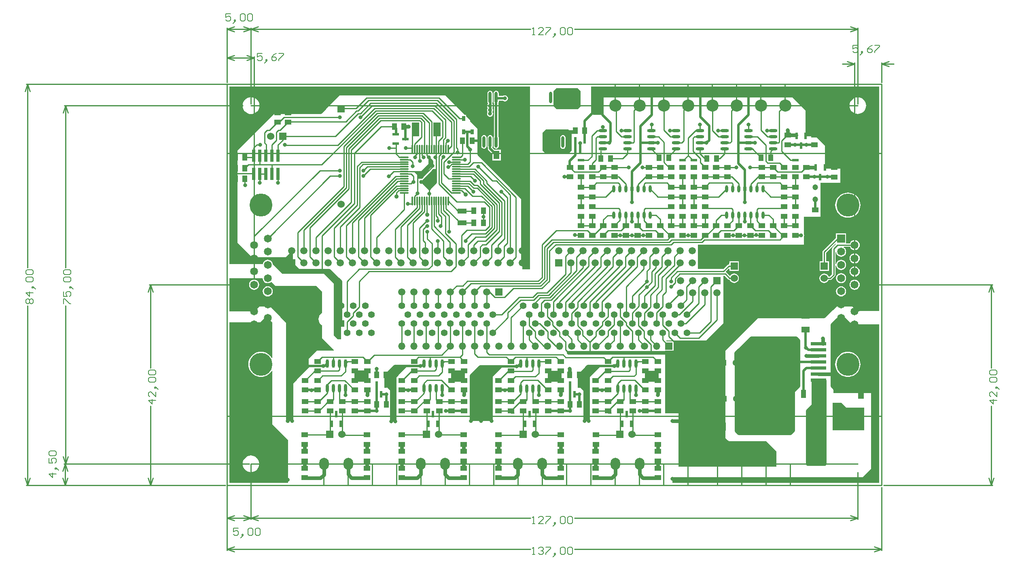
<source format=gtl>
%FSLAX44Y44*%
%MOMM*%
G71*
G01*
G75*
G04 Layer_Physical_Order=1*
G04 Layer_Color=255*
%ADD10R,1.4000X1.0000*%
%ADD11R,1.0000X1.4000*%
%ADD12R,0.6350X2.5400*%
%ADD13O,1.9500X0.3000*%
%ADD14O,0.3000X1.9500*%
%ADD15O,0.6000X1.8000*%
%ADD16O,0.6000X1.5000*%
%ADD17R,0.6000X1.3970*%
%ADD18R,1.3970X0.6000*%
%ADD19R,1.9000X1.1000*%
%ADD20O,0.6000X2.4000*%
%ADD21R,1.3000X1.8000*%
%ADD22R,1.5000X3.0000*%
%ADD23R,1.0500X1.8000*%
%ADD24R,1.8000X1.3000*%
%ADD25R,2.5000X4.0000*%
%ADD26R,1.2000X3.5000*%
%ADD27R,1.8000X1.0500*%
%ADD28R,3.0000X2.8000*%
%ADD29O,1.8000X0.6000*%
%ADD30R,7.4000X5.7500*%
%ADD31R,3.2000X0.8000*%
%ADD32R,0.6500X1.0500*%
%ADD33C,0.8890*%
%ADD34R,1.4000X0.5080*%
%ADD35C,0.2540*%
%ADD36C,0.7620*%
%ADD37C,0.5080*%
%ADD38C,0.1524*%
%ADD39C,1.5000*%
%ADD40R,1.5000X1.5000*%
%ADD41C,1.4000*%
%ADD42R,1.4000X1.4000*%
%ADD43R,1.5240X1.5240*%
%ADD44C,1.5240*%
%ADD45R,1.5240X1.5240*%
%ADD46O,2.0000X2.5000*%
%ADD47C,1.2000*%
%ADD48R,1.3000X1.3000*%
%ADD49C,1.3000*%
%ADD50C,4.8000*%
%ADD51C,1.6510*%
%ADD52R,1.6510X1.6510*%
%ADD53C,2.5400*%
%ADD54O,1.5100X1.5000*%
%ADD55C,0.8128*%
%ADD56C,1.3970*%
G36*
X495935Y218120D02*
X495935Y218120D01*
X495935Y218120D01*
X495935Y218120D01*
X469900D01*
Y238760D01*
X469900Y238760D01*
X495935D01*
Y218120D01*
D02*
G37*
G36*
X633730Y452120D02*
X617855D01*
Y465455D01*
Y600710D01*
X526255Y692310D01*
Y745490D01*
X525145D01*
X508635Y762000D01*
Y764540D01*
X500201Y772974D01*
Y775281D01*
X497894D01*
X454660Y818515D01*
X234315D01*
X196215Y780415D01*
X99060D01*
Y780255D01*
X96995D01*
X19050Y702310D01*
Y506730D01*
X49530Y476250D01*
X121285D01*
Y476885D01*
X134082Y489682D01*
X135255Y489196D01*
Y476250D01*
X136525Y474980D01*
Y464185D01*
X151130Y449580D01*
X215900D01*
X238760Y426720D01*
Y306070D01*
X231775D01*
X223520Y314325D01*
Y422275D01*
X203200Y442595D01*
X115570D01*
X95564Y462601D01*
X95340Y464302D01*
X94278Y466866D01*
X92588Y469068D01*
X90386Y470758D01*
X87822Y471820D01*
X85070Y472182D01*
X82318Y471820D01*
X79754Y470758D01*
X77552Y469068D01*
X75862Y466866D01*
X74800Y464302D01*
X74701Y463550D01*
X5080D01*
Y502285D01*
Y835025D01*
X633730D01*
Y452120D01*
D02*
G37*
G36*
X777337Y248382D02*
X756920Y227965D01*
Y134620D01*
X748030D01*
Y199045D01*
X746490D01*
X736280Y209255D01*
X736915Y209890D01*
Y231140D01*
X755330Y249555D01*
X776851D01*
X777337Y248382D01*
D02*
G37*
G36*
X437915Y660330D02*
Y633975D01*
X422915Y618975D01*
X406365Y635525D01*
X431805Y660965D01*
X437280D01*
X437915Y660330D01*
D02*
G37*
G36*
X572693Y248208D02*
X553085Y228600D01*
Y134620D01*
X511441D01*
X510546Y135521D01*
X511175Y230505D01*
X530051Y249381D01*
X572207D01*
X572693Y248208D01*
D02*
G37*
G36*
X901065Y218280D02*
X875030D01*
Y238920D01*
X875030Y238920D01*
D01*
D01*
X875030Y238920D01*
D01*
D01*
X901065D01*
Y218280D01*
D02*
G37*
G36*
X94615Y341205D02*
Y328930D01*
Y267299D01*
X93393Y266955D01*
X92202Y268898D01*
X89515Y272045D01*
X86368Y274732D01*
X82840Y276893D01*
X79018Y278477D01*
X74995Y279443D01*
X70870Y279767D01*
X66745Y279443D01*
X62722Y278477D01*
X58899Y276893D01*
X55372Y274732D01*
X52225Y272045D01*
X49538Y268898D01*
X47377Y265371D01*
X45793Y261548D01*
X44827Y257525D01*
X44503Y253400D01*
X44827Y249275D01*
X45793Y245252D01*
X47377Y241430D01*
X49538Y237902D01*
X52225Y234755D01*
X55372Y232068D01*
X58899Y229907D01*
X62722Y228323D01*
X66745Y227357D01*
X70870Y227033D01*
X74995Y227357D01*
X79018Y228323D01*
X82840Y229907D01*
X86368Y232068D01*
X89515Y234755D01*
X92202Y237902D01*
X93393Y239845D01*
X94615Y239501D01*
Y127635D01*
X99060Y123190D01*
X127635Y94615D01*
Y5080D01*
X5080D01*
Y328930D01*
Y336782D01*
Y340995D01*
X68965D01*
X78720Y350750D01*
X81895Y347575D01*
X85070Y350750D01*
X94615Y341205D01*
D02*
G37*
G36*
X697865Y238920D02*
Y218280D01*
X671830D01*
X671830Y238022D01*
X672728Y238920D01*
X697865D01*
X697865Y238920D01*
D02*
G37*
G36*
X1364615Y661035D02*
Y559435D01*
Y365342D01*
X1364398Y365125D01*
X1320535D01*
X1307835Y377825D01*
X1275080D01*
X1250950Y353695D01*
X1111250D01*
X1056005Y298450D01*
X1053465D01*
X1039060Y284045D01*
Y131010D01*
X1038941Y130891D01*
X1038172Y98478D01*
X1039060Y97590D01*
X1043940Y92710D01*
X1127760D01*
X1149350Y71120D01*
Y38735D01*
X944880D01*
Y130810D01*
Y151130D01*
X917575D01*
X916940Y151765D01*
Y281679D01*
X934346D01*
Y301251D01*
X919902D01*
X918796Y302357D01*
X919282Y303530D01*
X1002665D01*
X1038860Y339725D01*
Y438969D01*
X1041168D01*
X1048996Y431141D01*
X1048996Y431141D01*
X1050173Y430355D01*
X1050173Y430355D01*
X1050173Y430355D01*
D01*
X1050173Y430355D01*
X1050173Y430355D01*
X1051560Y430079D01*
X1051560Y430079D01*
X1051865D01*
X1052432Y428709D01*
X1054020Y426640D01*
X1056089Y425052D01*
X1058499Y424054D01*
X1061085Y423713D01*
X1063671Y424054D01*
X1066081Y425052D01*
X1068150Y426640D01*
X1069738Y428709D01*
X1070736Y431119D01*
X1071077Y433705D01*
X1070736Y436291D01*
X1069738Y438701D01*
X1068150Y440770D01*
X1066081Y442358D01*
X1063671Y443356D01*
X1061085Y443697D01*
X1058499Y443356D01*
X1056089Y442358D01*
X1054020Y440770D01*
X1052697Y439046D01*
X1051963Y438998D01*
X1051430Y438963D01*
X1051430Y438963D01*
X1051430Y438963D01*
X1045234Y445159D01*
X1044057Y445945D01*
X1043877Y445981D01*
X1043508Y447196D01*
X1050006Y453693D01*
X1051179Y453207D01*
Y449199D01*
X1070991D01*
Y469011D01*
X1051179D01*
Y467176D01*
X1050290Y462731D01*
X1048903Y462455D01*
X1047726Y461669D01*
X1047726Y461669D01*
X1038812Y452755D01*
X984885D01*
Y503555D01*
X1207135D01*
Y520363D01*
X1207402Y520762D01*
X1207894Y523240D01*
X1207402Y525718D01*
X1207135Y526117D01*
Y561975D01*
X1241425D01*
Y633730D01*
X1283335D01*
Y665320D01*
X1327945D01*
X1327785Y665480D01*
X1250900D01*
Y711090D01*
X1228630Y733360D01*
X1210920D01*
Y784885D01*
X1181003Y814802D01*
X1181489Y815975D01*
X785495D01*
Y775970D01*
X766445D01*
X762000Y780415D01*
Y835025D01*
X1364615D01*
Y661035D01*
D02*
G37*
G36*
X294005Y238125D02*
Y219018D01*
X293107Y218120D01*
X267335Y218120D01*
Y238760D01*
X293370D01*
X294005Y238125D01*
D02*
G37*
G36*
X1250315Y218051D02*
Y45085D01*
X1214755D01*
Y154940D01*
Y156210D01*
X1226185Y167640D01*
Y218440D01*
X1249045D01*
X1249142Y218537D01*
X1250315Y218051D01*
D02*
G37*
G36*
X1196975Y302895D02*
Y207645D01*
X1185545Y196215D01*
Y114300D01*
X1179195Y107950D01*
X1070610D01*
X1064695Y113865D01*
Y276025D01*
X1064060Y276660D01*
X1096645Y309245D01*
X1190625D01*
X1196975Y302895D01*
D02*
G37*
G36*
X1307750Y336900D02*
X1313279D01*
X1313564Y337185D01*
X1364615D01*
Y198120D01*
Y5080D01*
X932180D01*
Y13335D01*
X1326515D01*
X1351280Y38100D01*
Y198120D01*
X1276245D01*
X1266190Y208175D01*
Y336550D01*
X1280390Y350750D01*
X1284605D01*
X1285010Y351155D01*
X1293495D01*
X1307750Y336900D01*
D02*
G37*
G36*
X739775Y825500D02*
Y800735D01*
Y793750D01*
X733425Y787400D01*
X689610D01*
X682625Y794385D01*
Y800636D01*
X683034Y802690D01*
Y820690D01*
X682625Y822744D01*
Y825500D01*
X688975Y831850D01*
X733425D01*
X739775Y825500D01*
D02*
G37*
G36*
X1296035Y162560D02*
X1332865D01*
Y115570D01*
X1267460D01*
Y172720D01*
X1285875D01*
X1296035Y162560D01*
D02*
G37*
G36*
X429895Y679450D02*
Y668655D01*
X407040Y643820D01*
X399420D01*
Y650407D01*
X398745Y651083D01*
X394006Y655822D01*
X394492Y656995D01*
X406805D01*
X422275Y672465D01*
Y685411D01*
X423448Y685897D01*
X429895Y679450D01*
D02*
G37*
G36*
X74795Y431141D02*
X74800Y431098D01*
X75862Y428534D01*
X77552Y426332D01*
X79754Y424643D01*
X82318Y423580D01*
X85070Y423218D01*
X87822Y423580D01*
X88648Y423923D01*
D01*
X90386Y424643D01*
X92588Y426332D01*
X101090Y417830D01*
X186690D01*
X198755Y405765D01*
Y360873D01*
X198059Y360501D01*
X195777Y358628D01*
X193904Y356346D01*
X192513Y353743D01*
X191656Y350918D01*
X191367Y347980D01*
X191656Y345042D01*
X192513Y342217D01*
X193904Y339614D01*
X195777Y337332D01*
X198059Y335459D01*
X198755Y335087D01*
Y308610D01*
Y307975D01*
X223617Y283113D01*
X223131Y281940D01*
X187960D01*
X170815Y264795D01*
Y249555D01*
X135890Y214630D01*
Y134620D01*
X127000D01*
Y342265D01*
X92604Y376661D01*
X89839Y378450D01*
X64170D01*
X50320Y364600D01*
X4555D01*
X4555Y364600D01*
X4555Y364600D01*
X4445Y364646D01*
Y433705D01*
X6420D01*
X6463Y433850D01*
X74438D01*
X74795Y431141D01*
D02*
G37*
G36*
X372502Y247755D02*
X352085Y227338D01*
Y133993D01*
X343195D01*
Y198418D01*
X341655D01*
X331445Y208628D01*
X332080Y209263D01*
Y230513D01*
X350495Y248928D01*
X372016D01*
X372502Y247755D01*
D02*
G37*
G36*
X720725Y738505D02*
Y700405D01*
X714375Y694055D01*
X666750D01*
X660400Y700405D01*
Y738505D01*
X666750Y744855D01*
X714375D01*
X720725Y738505D01*
D02*
G37*
%LPC*%
G36*
X50000Y62370D02*
X46611Y62036D01*
X43353Y61048D01*
X40350Y59442D01*
X37718Y57282D01*
X35558Y54650D01*
X33953Y51647D01*
X32964Y48389D01*
X32630Y45000D01*
X32964Y41611D01*
X33953Y38353D01*
X35558Y35350D01*
X37718Y32718D01*
X40350Y30558D01*
X43353Y28953D01*
X46611Y27964D01*
X50000Y27630D01*
X53389Y27964D01*
X56647Y28953D01*
X59650Y30558D01*
X62282Y32718D01*
X64442Y35350D01*
X66047Y38353D01*
X67036Y41611D01*
X67370Y45000D01*
X67036Y48389D01*
X66047Y51647D01*
X64442Y54650D01*
X62282Y57282D01*
X59650Y59442D01*
X56647Y61048D01*
X53389Y62036D01*
X50000Y62370D01*
D02*
G37*
G36*
X1299079Y279767D02*
X1294954Y279443D01*
X1290931Y278477D01*
X1287108Y276893D01*
X1283581Y274732D01*
X1280435Y272045D01*
X1277747Y268898D01*
X1275586Y265371D01*
X1274002Y261548D01*
X1273036Y257525D01*
X1272712Y253400D01*
X1273036Y249275D01*
X1274002Y245252D01*
X1275586Y241430D01*
X1277747Y237902D01*
X1280435Y234755D01*
X1283581Y232068D01*
X1287108Y229907D01*
X1290931Y228323D01*
X1294954Y227357D01*
X1299079Y227033D01*
X1303204Y227357D01*
X1307227Y228323D01*
X1311049Y229907D01*
X1314577Y232068D01*
X1317724Y234755D01*
X1320411Y237902D01*
X1322572Y241430D01*
X1324156Y245252D01*
X1325122Y249275D01*
X1325446Y253400D01*
X1325122Y257525D01*
X1324156Y261548D01*
X1322572Y265371D01*
X1320411Y268898D01*
X1317724Y272045D01*
X1314577Y274732D01*
X1311049Y276893D01*
X1307227Y278477D01*
X1303204Y279443D01*
X1299079Y279767D01*
D02*
G37*
G36*
X85070Y416782D02*
X82318Y416420D01*
X79754Y415357D01*
X77552Y413668D01*
X75862Y411466D01*
X74800Y408902D01*
X74438Y406150D01*
X74800Y403398D01*
X75862Y400834D01*
X77552Y398632D01*
X79754Y396942D01*
X82318Y395880D01*
X85070Y395518D01*
X87822Y395880D01*
X90386Y396942D01*
X92588Y398632D01*
X94278Y400834D01*
X95340Y403398D01*
X95702Y406150D01*
X95340Y408902D01*
X94278Y411466D01*
X92588Y413668D01*
X90386Y415357D01*
X87822Y416420D01*
X85070Y416782D01*
D02*
G37*
G36*
X537685Y733370D02*
X535622Y732959D01*
X533874Y731791D01*
X532706Y730042D01*
X532295Y727980D01*
Y709980D01*
X532706Y707917D01*
X533874Y706169D01*
X535622Y705001D01*
X537685Y704591D01*
X539748Y705001D01*
X541496Y706169D01*
X542664Y707917D01*
X543074Y709980D01*
Y727980D01*
X542664Y730042D01*
X541496Y731791D01*
X539748Y732959D01*
X537685Y733370D01*
D02*
G37*
G36*
X702785Y733629D02*
X700623Y733199D01*
X698791Y731974D01*
X697566Y730142D01*
X697137Y727980D01*
Y709980D01*
X697566Y707818D01*
X698791Y705986D01*
X700623Y704762D01*
X702785Y704332D01*
X704947Y704762D01*
X706779Y705986D01*
X708003Y707818D01*
X708434Y709980D01*
Y727980D01*
X708003Y730142D01*
X706779Y731974D01*
X704947Y733199D01*
X702785Y733629D01*
D02*
G37*
G36*
X550385Y733370D02*
X548322Y732959D01*
X546574Y731791D01*
X545406Y730042D01*
X544995Y727980D01*
Y709980D01*
X545406Y707917D01*
X545464Y707830D01*
Y705115D01*
X545839Y703232D01*
X546906Y701636D01*
X555199Y693342D01*
Y680229D01*
X572771D01*
Y702801D01*
X559658D01*
X555305Y707153D01*
Y707830D01*
X555364Y707917D01*
X555774Y709980D01*
Y727980D01*
X555364Y730042D01*
X554196Y731791D01*
X552448Y732959D01*
X550385Y733370D01*
D02*
G37*
G36*
Y826080D02*
X548322Y825669D01*
X546574Y824501D01*
X545406Y822753D01*
X544995Y820690D01*
Y802690D01*
X545406Y800628D01*
X545630Y800293D01*
Y798858D01*
X544403Y797023D01*
X543911Y794545D01*
X544403Y792067D01*
X545612Y790259D01*
X544403Y788450D01*
X543911Y785973D01*
X544403Y783495D01*
X545400Y782004D01*
X544403Y780513D01*
X543911Y778035D01*
X544403Y775557D01*
X545807Y773457D01*
X547907Y772053D01*
X550385Y771561D01*
X552863Y772053D01*
X554963Y773457D01*
X556367Y775557D01*
X556859Y778035D01*
X556367Y780513D01*
X555471Y781854D01*
Y782154D01*
X556367Y783495D01*
X556859Y785973D01*
X556367Y788450D01*
X555471Y789791D01*
Y790726D01*
X556367Y792067D01*
X556859Y794545D01*
X556367Y797023D01*
X555471Y798364D01*
Y801162D01*
X555774Y802690D01*
Y820690D01*
X555364Y822753D01*
X554196Y824501D01*
X552448Y825669D01*
X550385Y826080D01*
D02*
G37*
G36*
X563085D02*
X561022Y825669D01*
X559274Y824501D01*
X558106Y822753D01*
X557695Y820690D01*
Y802690D01*
X558106Y800628D01*
X558164Y800540D01*
Y730130D01*
X558106Y730042D01*
X557695Y727980D01*
Y709980D01*
X558106Y707917D01*
X559274Y706169D01*
X561022Y705001D01*
X563085Y704591D01*
X565148Y705001D01*
X566896Y706169D01*
X568064Y707917D01*
X568475Y709980D01*
Y727980D01*
X568064Y730042D01*
X568005Y730130D01*
Y800540D01*
X568064Y800628D01*
X568475Y802690D01*
Y805340D01*
X577274D01*
X578862Y804278D01*
X581340Y803786D01*
X583818Y804278D01*
X585918Y805682D01*
X587322Y807782D01*
X587814Y810260D01*
X587322Y812738D01*
X585918Y814838D01*
X583818Y816242D01*
X581340Y816734D01*
X578862Y816242D01*
X577274Y815181D01*
X568475D01*
Y820690D01*
X568064Y822753D01*
X566896Y824501D01*
X565148Y825669D01*
X563085Y826080D01*
D02*
G37*
G36*
X1320000Y812370D02*
X1316611Y812036D01*
X1313353Y811047D01*
X1310350Y809442D01*
X1307718Y807282D01*
X1305558Y804650D01*
X1303952Y801647D01*
X1302964Y798389D01*
X1302630Y795000D01*
X1302964Y791611D01*
X1303952Y788353D01*
X1305558Y785350D01*
X1307718Y782718D01*
X1310350Y780558D01*
X1313353Y778952D01*
X1316611Y777964D01*
X1320000Y777630D01*
X1323389Y777964D01*
X1326647Y778952D01*
X1329650Y780558D01*
X1332282Y782718D01*
X1334442Y785350D01*
X1336047Y788353D01*
X1337036Y791611D01*
X1337370Y795000D01*
X1337036Y798389D01*
X1336047Y801647D01*
X1334442Y804650D01*
X1332282Y807282D01*
X1329650Y809442D01*
X1326647Y811047D01*
X1323389Y812036D01*
X1320000Y812370D01*
D02*
G37*
G36*
X50000Y812625D02*
X46562Y812286D01*
X43255Y811283D01*
X40208Y809654D01*
X37537Y807463D01*
X35345Y804792D01*
X33717Y801745D01*
X32714Y798438D01*
X32375Y795000D01*
X32714Y791562D01*
X33717Y788255D01*
X35345Y785208D01*
X37537Y782537D01*
X40208Y780346D01*
X43255Y778717D01*
X46562Y777714D01*
X50000Y777375D01*
X53439Y777714D01*
X56745Y778717D01*
X59792Y780346D01*
X62463Y782537D01*
X64654Y785208D01*
X66283Y788255D01*
X67286Y791562D01*
X67625Y795000D01*
X67286Y798438D01*
X66283Y801745D01*
X64654Y804792D01*
X62463Y807463D01*
X59792Y809654D01*
X56745Y811283D01*
X53439Y812286D01*
X50000Y812625D01*
D02*
G37*
G36*
X1299079Y612967D02*
X1294954Y612643D01*
X1290931Y611677D01*
X1287108Y610093D01*
X1283581Y607932D01*
X1280435Y605244D01*
X1277747Y602098D01*
X1275586Y598571D01*
X1274002Y594748D01*
X1273036Y590725D01*
X1272712Y586600D01*
X1273036Y582475D01*
X1274002Y578452D01*
X1275586Y574630D01*
X1277747Y571102D01*
X1280435Y567956D01*
X1283581Y565268D01*
X1287108Y563107D01*
X1289840Y561975D01*
X1290931Y561523D01*
X1294954Y560557D01*
X1299079Y560233D01*
X1303204Y560557D01*
X1303782Y560696D01*
X1307227Y561523D01*
X1311049Y563107D01*
X1314577Y565268D01*
X1317724Y567956D01*
X1320411Y571102D01*
X1322572Y574630D01*
X1324156Y578452D01*
X1325122Y582475D01*
X1325446Y586600D01*
X1325122Y590725D01*
X1324156Y594748D01*
X1322572Y598571D01*
X1320411Y602098D01*
X1317724Y605244D01*
X1314577Y607932D01*
X1311049Y610093D01*
X1307227Y611677D01*
X1303204Y612643D01*
X1299079Y612967D01*
D02*
G37*
G36*
X1313279Y430632D02*
X1310527Y430270D01*
X1307963Y429207D01*
X1305761Y427518D01*
X1304071Y425316D01*
X1303009Y422752D01*
X1302647Y420000D01*
X1303009Y417248D01*
X1304071Y414684D01*
X1305761Y412482D01*
X1307963Y410792D01*
X1310527Y409730D01*
X1313279Y409368D01*
X1316031Y409730D01*
X1318595Y410792D01*
X1320797Y412482D01*
X1322487Y414684D01*
X1323549Y417248D01*
X1323911Y420000D01*
X1323549Y422752D01*
X1322487Y425316D01*
X1320797Y427518D01*
X1318595Y429207D01*
X1316031Y430270D01*
X1313279Y430632D01*
D02*
G37*
G36*
X56670D02*
X53918Y430270D01*
X51354Y429207D01*
X49152Y427518D01*
X47463Y425316D01*
X46400Y422752D01*
X46038Y420000D01*
X46400Y417248D01*
X47463Y414684D01*
X49152Y412482D01*
X51354Y410792D01*
X53918Y409730D01*
X56670Y409368D01*
X59422Y409730D01*
X61986Y410792D01*
X64188Y412482D01*
X65878Y414684D01*
X66940Y417248D01*
X67302Y420000D01*
X66940Y422752D01*
X65878Y425316D01*
X64188Y427518D01*
X61986Y429207D01*
X59422Y430270D01*
X56670Y430632D01*
D02*
G37*
G36*
X1284879Y416782D02*
X1282127Y416420D01*
X1279563Y415357D01*
X1277361Y413668D01*
X1275671Y411466D01*
X1274609Y408902D01*
X1274247Y406150D01*
X1274609Y403398D01*
X1275671Y400834D01*
X1277361Y398632D01*
X1279563Y396942D01*
X1282127Y395880D01*
X1284879Y395518D01*
X1287631Y395880D01*
X1290195Y396942D01*
X1292397Y398632D01*
X1294086Y400834D01*
X1295149Y403398D01*
X1295511Y406150D01*
X1295149Y408902D01*
X1294086Y411466D01*
X1292397Y413668D01*
X1290195Y415357D01*
X1287631Y416420D01*
X1284879Y416782D01*
D02*
G37*
G36*
Y444482D02*
X1282127Y444120D01*
X1279563Y443058D01*
X1277361Y441368D01*
X1275671Y439166D01*
X1274609Y436602D01*
X1274247Y433850D01*
X1274609Y431098D01*
X1275671Y428534D01*
X1277361Y426332D01*
X1279563Y424643D01*
X1282127Y423580D01*
X1284879Y423218D01*
X1287631Y423580D01*
X1290195Y424643D01*
X1292397Y426332D01*
X1294086Y428534D01*
X1295149Y431098D01*
X1295511Y433850D01*
X1295149Y436602D01*
X1294086Y439166D01*
X1292397Y441368D01*
X1290195Y443058D01*
X1287631Y444120D01*
X1284879Y444482D01*
D02*
G37*
G36*
X1295420Y527491D02*
X1274338D01*
Y518101D01*
X1247116Y490879D01*
X1246330Y489702D01*
X1246054Y488315D01*
X1246054Y488315D01*
Y469011D01*
X1239774D01*
Y449199D01*
X1259586D01*
Y469011D01*
X1253306D01*
Y486813D01*
X1273159Y506666D01*
X1274015Y506452D01*
X1274243Y505305D01*
X1266801Y497864D01*
X1266015Y496688D01*
X1265739Y495300D01*
X1265739Y495300D01*
Y442192D01*
X1260878Y437331D01*
X1258900D01*
X1258333Y438701D01*
X1256745Y440770D01*
X1254676Y442358D01*
X1252266Y443356D01*
X1249680Y443697D01*
X1247094Y443356D01*
X1244684Y442358D01*
X1242615Y440770D01*
X1241027Y438701D01*
X1240029Y436291D01*
X1239688Y433705D01*
X1240029Y431119D01*
X1241027Y428709D01*
X1242615Y426640D01*
X1244684Y425052D01*
X1247094Y424054D01*
X1249680Y423713D01*
X1252266Y424054D01*
X1254676Y425052D01*
X1256745Y426640D01*
X1258333Y428709D01*
X1258900Y430079D01*
X1262380D01*
X1262380Y430079D01*
X1263767Y430355D01*
X1264944Y431141D01*
X1271929Y438126D01*
X1271929Y438126D01*
X1272715Y439302D01*
X1272715Y439302D01*
X1272715Y439303D01*
X1272991Y440690D01*
X1272991Y440690D01*
Y461384D01*
X1274258Y461467D01*
X1274258Y461467D01*
D01*
X1274609Y458798D01*
X1275671Y456234D01*
X1277361Y454032D01*
X1279563Y452342D01*
X1282127Y451280D01*
X1284879Y450918D01*
X1287631Y451280D01*
X1290195Y452342D01*
X1292397Y454032D01*
X1294086Y456234D01*
X1295149Y458798D01*
X1295511Y461550D01*
X1295149Y464302D01*
X1294086Y466866D01*
X1292397Y469068D01*
X1290195Y470758D01*
X1287631Y471820D01*
X1284879Y472182D01*
X1282127Y471820D01*
X1279563Y470758D01*
X1277361Y469068D01*
X1275671Y466866D01*
X1274609Y464302D01*
X1274258Y461633D01*
X1272991Y461716D01*
Y488488D01*
X1273675Y489128D01*
X1273918Y489144D01*
X1273918Y489144D01*
X1274258Y489167D01*
X1274258Y489167D01*
D01*
X1274609Y486498D01*
X1275671Y483934D01*
X1277361Y481732D01*
X1279563Y480042D01*
X1282127Y478980D01*
X1284879Y478618D01*
X1287631Y478980D01*
X1290195Y480042D01*
X1292397Y481732D01*
X1294086Y483934D01*
X1295149Y486498D01*
X1295511Y489250D01*
X1295149Y492002D01*
X1294086Y494566D01*
X1292397Y496768D01*
X1290437Y498272D01*
X1290845Y499474D01*
X1303371D01*
X1304071Y497784D01*
X1305761Y495582D01*
X1307963Y493892D01*
X1310527Y492830D01*
X1313279Y492468D01*
X1316031Y492830D01*
X1318595Y493892D01*
X1320797Y495582D01*
X1322487Y497784D01*
X1323549Y500348D01*
X1323911Y503100D01*
X1323549Y505852D01*
X1322487Y508416D01*
X1320797Y510618D01*
X1318595Y512308D01*
X1316031Y513370D01*
X1313279Y513732D01*
X1310527Y513370D01*
X1307963Y512308D01*
X1305761Y510618D01*
X1304071Y508416D01*
X1303371Y506726D01*
X1295420D01*
Y527491D01*
D02*
G37*
G36*
X1313279Y486032D02*
X1310527Y485670D01*
X1307963Y484608D01*
X1305761Y482918D01*
X1304071Y480716D01*
X1303009Y478152D01*
X1302647Y475400D01*
X1303009Y472648D01*
X1304071Y470084D01*
X1305761Y467882D01*
X1307963Y466192D01*
X1310527Y465130D01*
X1313279Y464768D01*
X1316031Y465130D01*
X1318595Y466192D01*
X1320797Y467882D01*
X1322487Y470084D01*
X1323549Y472648D01*
X1323911Y475400D01*
X1323549Y478152D01*
X1322487Y480716D01*
X1320797Y482918D01*
X1318595Y484608D01*
X1316031Y485670D01*
X1313279Y486032D01*
D02*
G37*
G36*
Y458332D02*
X1310527Y457970D01*
X1307963Y456908D01*
X1305761Y455218D01*
X1304071Y453016D01*
X1303009Y450452D01*
X1302647Y447700D01*
X1303009Y444948D01*
X1304071Y442384D01*
X1305761Y440182D01*
X1307963Y438492D01*
X1310527Y437430D01*
X1313279Y437068D01*
X1316031Y437430D01*
X1318595Y438492D01*
X1320797Y440182D01*
X1322487Y442384D01*
X1323549Y444948D01*
X1323911Y447700D01*
X1323549Y450452D01*
X1322487Y453016D01*
X1320797Y455218D01*
X1318595Y456908D01*
X1316031Y457970D01*
X1313279Y458332D01*
D02*
G37*
%LPD*%
D10*
X717550Y645955D02*
D03*
Y665955D02*
D03*
X593725Y155735D02*
D03*
Y175735D02*
D03*
X697865Y259555D02*
D03*
Y239555D02*
D03*
X796925Y155735D02*
D03*
Y175735D02*
D03*
X901065Y259555D02*
D03*
Y239555D02*
D03*
Y155735D02*
D03*
Y175735D02*
D03*
X796925Y219550D02*
D03*
Y199550D02*
D03*
X1165860Y543400D02*
D03*
Y523400D02*
D03*
X391795Y175735D02*
D03*
Y155735D02*
D03*
X495935Y175735D02*
D03*
Y155735D02*
D03*
X391795Y199550D02*
D03*
Y219550D02*
D03*
X1118870Y645955D02*
D03*
Y665955D02*
D03*
X189230Y175735D02*
D03*
Y155735D02*
D03*
X293370Y239555D02*
D03*
Y259555D02*
D03*
Y175735D02*
D03*
Y155735D02*
D03*
X189230Y199550D02*
D03*
Y219550D02*
D03*
X1118870Y543400D02*
D03*
Y523400D02*
D03*
X567690Y219550D02*
D03*
Y199550D02*
D03*
Y36035D02*
D03*
Y16035D02*
D03*
Y70960D02*
D03*
Y50960D02*
D03*
Y105885D02*
D03*
Y85885D02*
D03*
Y175735D02*
D03*
Y155735D02*
D03*
X671830Y219550D02*
D03*
Y199550D02*
D03*
Y259555D02*
D03*
Y239555D02*
D03*
X697865Y36035D02*
D03*
Y16035D02*
D03*
Y70960D02*
D03*
Y50960D02*
D03*
X763905Y604045D02*
D03*
Y624045D02*
D03*
Y543400D02*
D03*
Y523400D02*
D03*
X1228725Y733265D02*
D03*
Y713265D02*
D03*
X697865Y199550D02*
D03*
Y219550D02*
D03*
X875030Y219550D02*
D03*
Y199550D02*
D03*
X901065Y219550D02*
D03*
Y199550D02*
D03*
X365760Y175735D02*
D03*
Y155735D02*
D03*
X495935Y219550D02*
D03*
Y199550D02*
D03*
X163195Y175735D02*
D03*
Y155735D02*
D03*
Y219550D02*
D03*
Y199550D02*
D03*
X1142365Y645955D02*
D03*
Y665955D02*
D03*
X901065Y70960D02*
D03*
Y50960D02*
D03*
X771525Y105885D02*
D03*
Y85885D02*
D03*
X645795Y175735D02*
D03*
Y155735D02*
D03*
X619760Y175735D02*
D03*
Y155735D02*
D03*
X365125Y70960D02*
D03*
Y50960D02*
D03*
X1230630Y577055D02*
D03*
Y557055D02*
D03*
X162560Y36035D02*
D03*
Y16035D02*
D03*
X105410Y760255D02*
D03*
Y780255D02*
D03*
X127635Y760255D02*
D03*
Y780255D02*
D03*
X697865Y105885D02*
D03*
Y85885D02*
D03*
X770890Y36035D02*
D03*
Y16035D02*
D03*
Y70960D02*
D03*
Y50960D02*
D03*
X822960Y175735D02*
D03*
Y155735D02*
D03*
X901065Y36035D02*
D03*
Y16035D02*
D03*
Y105885D02*
D03*
Y85885D02*
D03*
X848995Y175735D02*
D03*
Y155735D02*
D03*
X365125Y36035D02*
D03*
Y16035D02*
D03*
Y105885D02*
D03*
Y85885D02*
D03*
X417830Y175735D02*
D03*
Y155735D02*
D03*
X495300Y70960D02*
D03*
Y50960D02*
D03*
Y105885D02*
D03*
Y85885D02*
D03*
X443865Y175735D02*
D03*
Y155735D02*
D03*
X162560Y105885D02*
D03*
Y85885D02*
D03*
X215265Y175735D02*
D03*
Y155735D02*
D03*
X292735Y70960D02*
D03*
Y50960D02*
D03*
Y105885D02*
D03*
Y85885D02*
D03*
X241300Y175735D02*
D03*
Y155735D02*
D03*
X697865Y155735D02*
D03*
Y175735D02*
D03*
X593725Y219550D02*
D03*
Y199550D02*
D03*
X495935Y239555D02*
D03*
Y259555D02*
D03*
X593725Y259555D02*
D03*
Y239555D02*
D03*
X671830Y175735D02*
D03*
Y155735D02*
D03*
X770890Y175735D02*
D03*
Y155735D02*
D03*
X875030Y259555D02*
D03*
Y239555D02*
D03*
X796925Y259555D02*
D03*
Y239555D02*
D03*
X469900Y175735D02*
D03*
Y155735D02*
D03*
Y259555D02*
D03*
Y239555D02*
D03*
Y219550D02*
D03*
Y199550D02*
D03*
X770890Y219550D02*
D03*
Y199550D02*
D03*
X875030Y175735D02*
D03*
Y155735D02*
D03*
X391795Y259555D02*
D03*
Y239555D02*
D03*
X365760Y219550D02*
D03*
Y199550D02*
D03*
X267335Y175735D02*
D03*
Y155735D02*
D03*
X189230Y259555D02*
D03*
Y239555D02*
D03*
X293370Y199550D02*
D03*
Y219550D02*
D03*
X267335Y199550D02*
D03*
Y219550D02*
D03*
X267335Y259555D02*
D03*
Y239555D02*
D03*
X1165860Y604045D02*
D03*
Y624045D02*
D03*
X1000125Y604045D02*
D03*
Y624045D02*
D03*
Y543400D02*
D03*
Y523400D02*
D03*
X1047115Y645955D02*
D03*
Y665955D02*
D03*
X1047115Y523400D02*
D03*
Y543400D02*
D03*
X929640Y604045D02*
D03*
Y624045D02*
D03*
Y543400D02*
D03*
Y523400D02*
D03*
X882650Y645955D02*
D03*
Y665955D02*
D03*
X882650Y523400D02*
D03*
Y543400D02*
D03*
X810895Y523400D02*
D03*
Y543400D02*
D03*
X1189355Y645955D02*
D03*
Y665955D02*
D03*
X1189355Y604045D02*
D03*
Y624045D02*
D03*
Y563405D02*
D03*
Y583405D02*
D03*
X1165860Y583405D02*
D03*
Y563405D02*
D03*
X1165860Y645955D02*
D03*
Y665955D02*
D03*
X1189355Y523400D02*
D03*
Y543400D02*
D03*
X1095375Y543400D02*
D03*
Y523400D02*
D03*
X1142365Y543400D02*
D03*
Y523400D02*
D03*
X976630Y645955D02*
D03*
Y665955D02*
D03*
Y604045D02*
D03*
Y624045D02*
D03*
Y563405D02*
D03*
Y583405D02*
D03*
X1000125Y583405D02*
D03*
Y563405D02*
D03*
X1000125Y645955D02*
D03*
Y665955D02*
D03*
X1023620Y645955D02*
D03*
Y665955D02*
D03*
X976630Y523400D02*
D03*
Y543400D02*
D03*
X1070610Y543400D02*
D03*
Y523400D02*
D03*
X1023620Y543400D02*
D03*
Y523400D02*
D03*
X953135Y645955D02*
D03*
Y665955D02*
D03*
Y604045D02*
D03*
Y624045D02*
D03*
Y563405D02*
D03*
Y583405D02*
D03*
X929640Y583405D02*
D03*
Y563405D02*
D03*
X929640Y645955D02*
D03*
Y665955D02*
D03*
X906145Y645955D02*
D03*
Y665955D02*
D03*
X953135Y523400D02*
D03*
Y543400D02*
D03*
X859155Y543400D02*
D03*
Y523400D02*
D03*
X906145Y543400D02*
D03*
Y523400D02*
D03*
X740410Y563405D02*
D03*
Y583405D02*
D03*
X763905Y583405D02*
D03*
Y563405D02*
D03*
X740410Y523400D02*
D03*
Y543400D02*
D03*
X834390Y543400D02*
D03*
Y523400D02*
D03*
X787400Y543400D02*
D03*
Y523400D02*
D03*
X810895Y665955D02*
D03*
Y645955D02*
D03*
X740410Y604045D02*
D03*
Y624045D02*
D03*
X763905Y645955D02*
D03*
Y665955D02*
D03*
X787400Y645955D02*
D03*
Y665955D02*
D03*
X1173480Y713265D02*
D03*
Y733265D02*
D03*
X162560Y70960D02*
D03*
Y50960D02*
D03*
X292735Y36035D02*
D03*
Y16035D02*
D03*
X495300Y36035D02*
D03*
Y16035D02*
D03*
X1270635Y665320D02*
D03*
Y645320D02*
D03*
X1212215Y645955D02*
D03*
Y665955D02*
D03*
X740410Y645955D02*
D03*
Y665955D02*
D03*
D11*
X728505Y742315D02*
D03*
X748505D02*
D03*
X736915Y231140D02*
D03*
X716915D02*
D03*
X737550Y169545D02*
D03*
X717550D02*
D03*
X333215D02*
D03*
X313215D02*
D03*
X332707Y231140D02*
D03*
X312707D02*
D03*
X350045Y751205D02*
D03*
X370045D02*
D03*
X492920Y721360D02*
D03*
X512920D02*
D03*
X536215Y549395D02*
D03*
X516215D02*
D03*
X516415Y574675D02*
D03*
X536415D02*
D03*
X37305Y687070D02*
D03*
X17305D02*
D03*
X37305Y664210D02*
D03*
X17305D02*
D03*
X37305Y641985D02*
D03*
X17305D02*
D03*
X904400Y685800D02*
D03*
X924400D02*
D03*
X782480Y684530D02*
D03*
X802480D02*
D03*
X1117760Y685800D02*
D03*
X1137760D02*
D03*
X1004095Y684530D02*
D03*
X1024095D02*
D03*
D12*
X93980Y652145D02*
D03*
X81280D02*
D03*
Y690245D02*
D03*
X68580D02*
D03*
Y652145D02*
D03*
X55880Y690245D02*
D03*
Y652145D02*
D03*
X93980Y690245D02*
D03*
X106680D02*
D03*
Y652145D02*
D03*
D13*
X370915Y686995D02*
D03*
Y681995D02*
D03*
Y676995D02*
D03*
Y671995D02*
D03*
Y666995D02*
D03*
Y661995D02*
D03*
Y656995D02*
D03*
Y651995D02*
D03*
Y646995D02*
D03*
Y641995D02*
D03*
Y636995D02*
D03*
Y631995D02*
D03*
Y626995D02*
D03*
Y621995D02*
D03*
Y616995D02*
D03*
Y611995D02*
D03*
X479915D02*
D03*
Y616995D02*
D03*
Y621995D02*
D03*
Y626995D02*
D03*
Y631995D02*
D03*
Y636995D02*
D03*
Y641995D02*
D03*
Y646995D02*
D03*
Y651995D02*
D03*
Y656995D02*
D03*
Y661995D02*
D03*
Y666995D02*
D03*
Y671995D02*
D03*
Y676995D02*
D03*
Y681995D02*
D03*
Y686995D02*
D03*
D14*
X387915Y594995D02*
D03*
X392915D02*
D03*
X397915D02*
D03*
X402915D02*
D03*
X407915D02*
D03*
X412915D02*
D03*
X417915D02*
D03*
X422915D02*
D03*
X427915D02*
D03*
X432915D02*
D03*
X437915D02*
D03*
X442915D02*
D03*
X447915D02*
D03*
X452915D02*
D03*
X457915D02*
D03*
X462915D02*
D03*
Y703995D02*
D03*
X457915D02*
D03*
X452915D02*
D03*
X447915D02*
D03*
X442915D02*
D03*
X437915D02*
D03*
X432915D02*
D03*
X427915D02*
D03*
X422915D02*
D03*
X417915D02*
D03*
X412915D02*
D03*
X407915D02*
D03*
X402915D02*
D03*
X397915D02*
D03*
X392915D02*
D03*
X387915D02*
D03*
D15*
X412115Y203235D02*
D03*
X424815D02*
D03*
X437515D02*
D03*
X450215D02*
D03*
X412115Y255235D02*
D03*
X424815D02*
D03*
X437515D02*
D03*
X450215D02*
D03*
X209550Y203235D02*
D03*
X222250D02*
D03*
X234950D02*
D03*
X247650D02*
D03*
X209550Y255235D02*
D03*
X222250D02*
D03*
X234950D02*
D03*
X247650D02*
D03*
X817245Y202600D02*
D03*
X829945D02*
D03*
X842645D02*
D03*
X855345D02*
D03*
X817245Y254600D02*
D03*
X829945D02*
D03*
X842645D02*
D03*
X855345D02*
D03*
X614045Y202600D02*
D03*
X626745D02*
D03*
X639445D02*
D03*
X652145D02*
D03*
X614045Y254600D02*
D03*
X626745D02*
D03*
X639445D02*
D03*
X652145D02*
D03*
D16*
X808990Y565717D02*
D03*
X821690D02*
D03*
X834390D02*
D03*
X847090D02*
D03*
X859790D02*
D03*
X872490D02*
D03*
X885190D02*
D03*
X808990Y620717D02*
D03*
X821690D02*
D03*
X834390D02*
D03*
X847090D02*
D03*
X859790D02*
D03*
X872490D02*
D03*
X885190D02*
D03*
X1045210Y565717D02*
D03*
X1057910D02*
D03*
X1070610D02*
D03*
X1083310D02*
D03*
X1096010D02*
D03*
X1108710D02*
D03*
X1121410D02*
D03*
X1045210Y620717D02*
D03*
X1057910D02*
D03*
X1070610D02*
D03*
X1083310D02*
D03*
X1096010D02*
D03*
X1108710D02*
D03*
X1121410D02*
D03*
D17*
X322580Y190660D02*
D03*
X313080Y210660D02*
D03*
X332080D02*
D03*
X726915Y190660D02*
D03*
X717415Y210660D02*
D03*
X736415D02*
D03*
X1241400Y645480D02*
D03*
X1231900Y665480D02*
D03*
X1250900D02*
D03*
X1201420Y711360D02*
D03*
X1191920Y731360D02*
D03*
X1210920D02*
D03*
X738505Y702470D02*
D03*
X729005Y722470D02*
D03*
X748005D02*
D03*
X826795Y129065D02*
D03*
X845795D02*
D03*
X836295Y149065D02*
D03*
X219100Y129065D02*
D03*
X238100D02*
D03*
X228600Y149065D02*
D03*
X421030Y129065D02*
D03*
X440030D02*
D03*
X430530Y149065D02*
D03*
X623595Y129065D02*
D03*
X642595D02*
D03*
X633095Y149065D02*
D03*
D18*
X373220Y725170D02*
D03*
X353220Y715670D02*
D03*
Y734670D02*
D03*
D19*
X491290Y574595D02*
D03*
Y549595D02*
D03*
D20*
X702785Y811690D02*
D03*
X690085D02*
D03*
X677385D02*
D03*
X563085D02*
D03*
X550385D02*
D03*
X537685D02*
D03*
X702785Y718980D02*
D03*
X690085D02*
D03*
X677385D02*
D03*
X563085D02*
D03*
X550385D02*
D03*
X537685D02*
D03*
D21*
X592985Y691515D02*
D03*
X563985D02*
D03*
D22*
X773070Y810260D02*
D03*
X728070D02*
D03*
X439060Y745490D02*
D03*
X394060D02*
D03*
D23*
X1069850Y122555D02*
D03*
X1038350D02*
D03*
X1238125Y191135D02*
D03*
X1206625D02*
D03*
D24*
X1210310Y325860D02*
D03*
Y354860D02*
D03*
D25*
X1168325Y145415D02*
D03*
X1238325D02*
D03*
D26*
X1326515Y144950D02*
D03*
X1326515Y197950D02*
D03*
D27*
X1276985Y167130D02*
D03*
Y198630D02*
D03*
D28*
X1134045Y57785D02*
D03*
X1237045D02*
D03*
D29*
X1041365Y704215D02*
D03*
Y716915D02*
D03*
Y729615D02*
D03*
Y742315D02*
D03*
X989365Y704215D02*
D03*
Y716915D02*
D03*
Y729615D02*
D03*
Y742315D02*
D03*
X939765Y704215D02*
D03*
Y716915D02*
D03*
Y729615D02*
D03*
Y742315D02*
D03*
X887765Y704215D02*
D03*
Y716915D02*
D03*
Y729615D02*
D03*
Y742315D02*
D03*
X838165Y704215D02*
D03*
Y716915D02*
D03*
Y729615D02*
D03*
Y742315D02*
D03*
X786165Y704215D02*
D03*
Y716915D02*
D03*
Y729615D02*
D03*
Y742315D02*
D03*
X1143139Y704215D02*
D03*
Y716915D02*
D03*
Y729615D02*
D03*
Y742315D02*
D03*
X1091139Y704215D02*
D03*
Y716915D02*
D03*
Y729615D02*
D03*
Y742315D02*
D03*
D30*
X1138925Y258225D02*
D03*
D31*
X1237925Y296325D02*
D03*
Y283625D02*
D03*
Y270925D02*
D03*
Y258225D02*
D03*
Y245525D02*
D03*
Y232825D02*
D03*
Y220125D02*
D03*
D32*
X512445Y767745D02*
D03*
Y739745D02*
D03*
X494665Y767745D02*
D03*
Y739745D02*
D03*
D33*
X418513Y566418D02*
D03*
X499275Y608735D02*
D03*
X354495Y604925D02*
D03*
D34*
X740410Y680720D02*
D03*
X953135D02*
D03*
X976630D02*
D03*
X1189355D02*
D03*
D35*
X1091139Y704215D02*
X1099345D01*
X1117760Y685800D01*
X1137760Y698836D02*
X1143139Y704215D01*
X1137760Y685800D02*
Y698836D01*
X1156650Y675005D02*
X1165860Y665795D01*
X1130935Y675005D02*
X1156650D01*
X1127125Y678815D02*
X1130935Y675005D01*
X1127125Y678815D02*
Y712470D01*
X924400Y688850D02*
X939765Y704215D01*
X924400Y685800D02*
Y688850D01*
X887765Y704215D02*
X904400Y687580D01*
Y685800D02*
Y687580D01*
X902970Y729615D02*
X914400Y718185D01*
Y676275D02*
Y718185D01*
Y676275D02*
X924720Y665955D01*
X887765Y704215D02*
X888525D01*
X924720Y665955D02*
X929640D01*
X611980Y105250D02*
X616585Y109855D01*
X567690Y105250D02*
X611980D01*
X1249680Y488315D02*
X1278315Y516950D01*
X1249680Y461645D02*
Y488315D01*
Y461645D02*
X1252220Y459105D01*
X1277165Y503100D02*
X1320010D01*
X1269365Y495300D02*
X1277165Y503100D01*
X1269365Y440690D02*
Y495300D01*
X1262380Y433705D02*
X1269365Y440690D01*
X215820Y647700D02*
X236220D01*
X85070Y516950D02*
X215820Y647700D01*
X78720Y516950D02*
X85070D01*
X56670Y521335D02*
X194211Y658876D01*
X56670Y509450D02*
Y521335D01*
X50320Y503100D02*
X56670Y509450D01*
X391868Y688267D02*
X397915Y694313D01*
X387985Y668020D02*
Y676910D01*
X382900Y681995D02*
X387985Y676910D01*
X370915Y681995D02*
X382900D01*
X360690Y686995D02*
X370915D01*
X353385Y694300D02*
X360690Y686995D01*
X284645Y671995D02*
X370915D01*
X402915Y679760D02*
X403225Y679450D01*
X402915Y679760D02*
Y703995D01*
X407915Y690635D02*
X411480Y687070D01*
X407915Y690635D02*
Y703995D01*
X407040Y643820D02*
X431805Y668585D01*
X422275Y687070D02*
X429895Y679450D01*
Y668655D02*
Y679450D01*
X406805Y656995D02*
X422275Y672465D01*
Y687070D01*
X417915Y691430D02*
X422275Y687070D01*
X398745Y611395D02*
Y651083D01*
X392832Y656995D02*
X398745Y651083D01*
X392832Y656995D02*
X406805D01*
X417915Y691430D02*
Y703995D01*
X370915Y656995D02*
X392832D01*
X397915Y694313D02*
Y703995D01*
X300355Y478155D02*
Y565945D01*
X287655Y560070D02*
X354406Y626821D01*
X274955Y554355D02*
X357421Y636821D01*
X262255Y549275D02*
X354801Y641821D01*
X249555Y543560D02*
X352990Y646995D01*
X287655Y490855D02*
Y560070D01*
X354406Y626821D02*
X370741D01*
X274955Y478155D02*
Y554355D01*
X357421Y636821D02*
X370741D01*
X262255Y490855D02*
Y549275D01*
X354801Y641821D02*
X370849D01*
X249555Y478155D02*
Y543560D01*
X352990Y646995D02*
X370915D01*
X277495Y581660D02*
Y664845D01*
X236855Y541020D02*
X277495Y581660D01*
X236855Y490855D02*
Y541020D01*
X198755Y450850D02*
Y522605D01*
Y445135D02*
Y450850D01*
Y522605D02*
X266065Y589915D01*
X272415Y586740D02*
Y668020D01*
X224155Y538480D02*
X272415Y586740D01*
X224155Y478155D02*
Y538480D01*
X186055Y519430D02*
X259715Y593090D01*
Y702310D01*
X300355Y565945D02*
X356231Y621821D01*
X266065Y589915D02*
Y695325D01*
X321945Y751205D01*
X350045D01*
X259715Y702310D02*
X321451Y764046D01*
X254635Y704850D02*
X318657Y768872D01*
X254635Y621030D02*
Y704850D01*
X173355Y539750D02*
X254635Y621030D01*
X249555Y623570D02*
Y707390D01*
X160655Y534670D02*
X249555Y623570D01*
X244475Y626110D02*
Y709930D01*
X147955Y529590D02*
X244475Y626110D01*
X249555Y707390D02*
X316230Y774065D01*
X244475Y709930D02*
X313690Y779145D01*
X443235Y688961D02*
X447915Y693641D01*
X443235Y631120D02*
Y688961D01*
X448315Y682555D02*
X453395Y687635D01*
X448315Y633725D02*
Y682555D01*
X338455Y647065D02*
X348385Y656995D01*
X389890Y636830D02*
Y647065D01*
X384960Y651995D02*
X389890Y647065D01*
X370915Y651995D02*
X384960D01*
X385055Y631995D02*
X389890Y636830D01*
X374015Y706120D02*
X387915D01*
X348385Y656995D02*
X370915D01*
X449580Y106045D02*
X495300D01*
X443230Y112395D02*
X449580Y106045D01*
X443230Y112395D02*
Y155100D01*
X410210Y106045D02*
X417195Y113030D01*
X417830Y113665D01*
Y152560D01*
X365125Y106045D02*
X410210D01*
X240665Y112395D02*
Y155100D01*
Y112395D02*
X247650Y105410D01*
X292735D01*
X215265Y113665D02*
Y155735D01*
X207485Y105885D02*
X215265Y113665D01*
X162560Y105885D02*
X207485D01*
X847090Y113030D02*
X854870Y105250D01*
X901065D01*
X815180D02*
X822960Y113030D01*
X771525Y105250D02*
X815180D01*
X616585Y109855D02*
X619920D01*
X619760Y110015D02*
X619920Y109855D01*
X619760Y110015D02*
Y155735D01*
X652940Y105250D02*
X697865D01*
X645795Y112395D02*
X652940Y105250D01*
X645795Y112395D02*
Y151925D01*
X923925Y312129D02*
Y322580D01*
X911225Y335280D02*
X923925Y322580D01*
X911225Y335280D02*
Y357480D01*
Y304800D02*
X924560Y291465D01*
X911225Y304800D02*
Y319480D01*
X885825Y304800D02*
X899160Y291465D01*
X885825Y304800D02*
Y319480D01*
X860425Y304800D02*
X873760Y291465D01*
X860425Y304800D02*
Y319480D01*
X733425Y304800D02*
X746760Y291465D01*
X733425Y304800D02*
Y319480D01*
X721360Y291465D02*
Y306145D01*
X708025Y319480D02*
X721360Y306145D01*
X708025Y283845D02*
X714375Y277495D01*
X758825D02*
Y299720D01*
X923925Y312129D02*
X940435Y295619D01*
Y277495D02*
Y295619D01*
X1051560Y433705D02*
X1061085D01*
X1254760D02*
X1262380D01*
X1050290Y459105D02*
X1059180D01*
X1038860Y447675D02*
X1050290Y459105D01*
X942340Y447675D02*
X1038860D01*
X1042670Y442595D02*
X1051560Y433705D01*
X929005Y426720D02*
Y434340D01*
X918210Y404495D02*
Y432435D01*
X948055Y462280D01*
X909955Y409575D02*
Y434975D01*
X902335Y414655D02*
Y439420D01*
X885825Y398145D02*
X902335Y414655D01*
X898525Y398145D02*
X909955Y409575D01*
X895350Y418465D02*
Y442595D01*
X873125Y396240D02*
X895350Y418465D01*
X909955Y434975D02*
X935990Y461010D01*
X937634Y433204D02*
X947024Y442595D01*
X937634Y424554D02*
Y433204D01*
X925990Y579755D02*
X929640Y583405D01*
X875030Y579755D02*
X925990D01*
X929005Y415925D02*
X937634Y424554D01*
X1211580Y471805D02*
X1230630Y490855D01*
X1030605Y471805D02*
X1211580D01*
X1024255Y465455D02*
X1030605Y471805D01*
X1230630Y490855D02*
Y557055D01*
X1024255Y465455D02*
Y490855D01*
X998855Y465455D02*
X1024255D01*
X998855D02*
Y490855D01*
X1024890Y346075D02*
Y403225D01*
X986790Y307975D02*
X1024890Y346075D01*
X948130Y307975D02*
X986790D01*
X1012190Y415925D02*
X1024890Y428625D01*
X1012190Y342980D02*
Y415925D01*
X988690Y319480D02*
X1012190Y342980D01*
X999490Y378460D02*
Y403225D01*
X986790Y415925D02*
X999490Y428625D01*
X986790Y381000D02*
Y415925D01*
X974090Y385445D02*
Y403225D01*
X946125Y357480D02*
X974090Y385445D01*
X961390Y415925D02*
X974090Y428625D01*
X961390Y388545D02*
Y415925D01*
X923925Y378460D02*
X948690Y403225D01*
X923925Y376480D02*
Y378460D01*
X947024Y442595D02*
X1042670D01*
X929005Y434340D02*
X942340Y447675D01*
X1278315Y516950D02*
X1291610D01*
X878205Y415290D02*
X889000Y426085D01*
X862010Y399095D02*
X878205Y415290D01*
X911606Y397891D02*
X918210Y404495D01*
X911606Y374396D02*
Y397891D01*
X948055Y462280D02*
Y465455D01*
X935990Y461010D02*
Y478790D01*
X902335Y439420D02*
X922655Y459740D01*
Y465455D01*
X895350Y442595D02*
X909955Y457200D01*
Y478155D01*
X884555Y454660D02*
Y478155D01*
X878205Y448310D02*
X884555Y454660D01*
X878205Y426720D02*
Y448310D01*
X897255Y455295D02*
Y465455D01*
X889000Y447040D02*
X897255Y455295D01*
X889000Y426085D02*
Y447040D01*
X847725Y396240D02*
X878205Y426720D01*
X935990Y478790D02*
X948055Y490855D01*
X898525Y376480D02*
Y398145D01*
X885825Y373380D02*
Y398145D01*
X909955Y478155D02*
X922655Y490855D01*
X873125Y376480D02*
Y396240D01*
X847725Y376480D02*
Y396240D01*
X587375Y361315D02*
X614045Y387985D01*
X587375Y351230D02*
Y361315D01*
X555625Y319480D02*
X587375Y351230D01*
X610870Y393700D02*
X639445D01*
X614045Y387985D02*
X641350D01*
X862010Y374965D02*
Y399095D01*
X884555Y478155D02*
X897255Y490855D01*
X871855Y452755D02*
Y465455D01*
X858520Y477520D02*
X871855Y490855D01*
X858520Y458470D02*
Y477520D01*
X784225Y384175D02*
X858520Y458470D01*
X846455Y459105D02*
Y465455D01*
X771525Y384175D02*
X846455Y459105D01*
X833755Y478155D02*
X846455Y490855D01*
X833755Y458470D02*
Y478155D01*
X758825Y383540D02*
X833755Y458470D01*
X821055D02*
Y465455D01*
X746125Y383540D02*
X821055Y458470D01*
X807720Y477520D02*
X821055Y490855D01*
X807720Y457835D02*
Y477520D01*
X733425Y383540D02*
X807720Y457835D01*
X795655Y458470D02*
Y465455D01*
X720725Y383540D02*
X795655Y458470D01*
X782320Y477520D02*
X793432Y488633D01*
X797878D01*
X782320Y457835D02*
Y477520D01*
X708025Y383540D02*
X782320Y457835D01*
X770255Y459105D02*
Y465455D01*
X695325Y384175D02*
X770255Y459105D01*
X756920Y477520D02*
X770255Y490855D01*
X756920Y459105D02*
Y477520D01*
X682625Y384810D02*
X756920Y459105D01*
X744855Y455295D02*
Y465455D01*
X677545Y387985D02*
X744855Y455295D01*
X731520Y477520D02*
X744855Y490855D01*
X731520Y449580D02*
Y477520D01*
X675005Y393065D02*
X731520Y449580D01*
X719455Y445135D02*
Y465455D01*
X672465Y398145D02*
X719455Y445135D01*
X708025Y479425D02*
X719455Y490855D01*
X708025Y441960D02*
Y479425D01*
X669290Y403225D02*
X708025Y441960D01*
X784225Y357480D02*
Y384175D01*
X771525Y376480D02*
Y384175D01*
X758825Y357480D02*
Y383540D01*
X746125Y376480D02*
Y383540D01*
X733425Y372745D02*
Y383540D01*
X648970Y403225D02*
X669290D01*
X651510Y398145D02*
X672465D01*
X655320Y393065D02*
X675005D01*
X664210Y387985D02*
X677545D01*
X720725Y376480D02*
Y383540D01*
X708025Y357480D02*
Y383540D01*
X695325Y376480D02*
Y384175D01*
X682625Y357480D02*
Y384810D01*
X639445Y393700D02*
X648970Y403225D01*
X641350Y387985D02*
X651510Y398145D01*
X644525Y382270D02*
X655320Y393065D01*
X657225Y381000D02*
X664210Y387985D01*
X599186Y412115D02*
X658495D01*
X580510Y393439D02*
X599186Y412115D01*
X658495D02*
X674370Y427990D01*
X530860Y417195D02*
X655974D01*
X518160Y404495D02*
X530860Y417195D01*
X655974D02*
X669290Y430511D01*
X835025Y415925D02*
X871855Y452755D01*
X835025Y357480D02*
Y415925D01*
X873125Y360680D02*
X885825Y373380D01*
X898525Y361315D02*
X911606Y374396D01*
X644525Y376480D02*
Y382270D01*
X720725Y360045D02*
X733425Y372745D01*
X720725Y338480D02*
Y360045D01*
X669925Y353409D02*
Y376480D01*
Y353409D02*
X681355Y341978D01*
X657225Y357480D02*
Y381000D01*
X688340Y291465D02*
X695960D01*
X671195Y308610D02*
X688340Y291465D01*
X671195Y308610D02*
Y321945D01*
X654660Y338480D02*
X671195Y321945D01*
X644525Y338480D02*
X654660D01*
X708025Y283845D02*
Y300355D01*
X695960Y312420D02*
X708025Y300355D01*
X662940Y291465D02*
X670560D01*
X644525Y309880D02*
X662940Y291465D01*
X644525Y309880D02*
Y321945D01*
X631825Y334645D02*
X644525Y321945D01*
X631825Y334645D02*
Y357480D01*
Y304800D02*
X645160Y291465D01*
X631825Y304800D02*
Y319480D01*
X619125Y292100D02*
X619760Y291465D01*
X619125Y292100D02*
Y338480D01*
X594360Y291465D02*
Y351715D01*
X619125Y376480D01*
X785495Y341978D02*
X796925Y353409D01*
X785495Y335678D02*
Y341978D01*
X771525Y321708D02*
X785495Y335678D01*
X822325Y353409D02*
X835025Y340709D01*
Y335280D02*
Y340709D01*
Y335280D02*
X847725Y322580D01*
Y293370D02*
Y322580D01*
Y293370D02*
X850900Y290195D01*
X797560Y291465D02*
X809625Y303530D01*
X773430Y290195D02*
X796925Y313690D01*
X887095Y278130D02*
X887730Y277495D01*
X887095Y278130D02*
Y294640D01*
X872490Y309245D02*
X887095Y294640D01*
X872490Y309245D02*
Y322580D01*
X744220Y314325D02*
X758825Y299720D01*
X744220Y314325D02*
Y323614D01*
X758825Y299720D02*
X771525Y312420D01*
X695960D02*
Y321073D01*
X822325Y291465D02*
Y338480D01*
X770890Y311785D02*
Y312033D01*
X771525Y312420D02*
Y321708D01*
X681355Y335678D02*
X695960Y321073D01*
X733425Y334408D02*
X744220Y323614D01*
X809625Y336252D02*
Y357480D01*
X796925Y323551D02*
X809625Y336252D01*
X796925Y313690D02*
Y323551D01*
X822325Y353409D02*
Y376480D01*
X809625Y303530D02*
Y319480D01*
X719455Y487567D02*
Y490855D01*
X962025Y319480D02*
X988690D01*
X959510Y338480D02*
X999490Y378460D01*
X963270Y357480D02*
X986790Y381000D01*
X949325Y376480D02*
X961390Y388545D01*
X1156810Y514350D02*
X1165860Y523400D01*
X998855Y514350D02*
X1156810D01*
X993775Y509270D02*
X998855Y514350D01*
X934085Y509270D02*
X993775D01*
X929005Y504190D02*
X934085Y509270D01*
X687705Y504190D02*
X929005D01*
X674370Y490855D02*
X687705Y504190D01*
X669290Y495300D02*
X683260Y509270D01*
X925195D01*
X664210Y499110D02*
X679450Y514350D01*
X921385D01*
X659130Y503555D02*
X688975Y533400D01*
X753905D01*
X1110615Y551655D02*
X1118870Y543400D01*
X1110615Y551655D02*
Y551815D01*
X1108710Y553720D02*
X1110615Y551815D01*
X1108710Y553720D02*
Y565717D01*
X1057910Y554195D02*
Y565717D01*
X1047115Y543400D02*
X1057910Y554195D01*
X872490Y553560D02*
Y565717D01*
Y553560D02*
X882650Y543400D01*
X810895Y543560D02*
Y544195D01*
X821690Y554990D01*
Y565717D01*
X930275Y514350D02*
X991075D01*
X925195Y509270D02*
X930275Y514350D01*
X991075D02*
X1000125Y523400D01*
X921385Y514350D02*
X929640Y522605D01*
X674370Y427990D02*
Y490855D01*
X669290Y430511D02*
Y495300D01*
X1155700Y718820D02*
Y782955D01*
X1153795Y716915D02*
X1155700Y718820D01*
Y782955D02*
X1167765Y795020D01*
X470045Y611995D02*
X479915D01*
X448315Y633725D02*
X470045Y611995D01*
X474345Y697809D02*
Y700386D01*
X453395Y652075D02*
Y676859D01*
X464204Y666115D02*
X470084Y671995D01*
X462915Y666115D02*
X464204D01*
X474345Y700386D02*
Y704215D01*
X447915Y693641D02*
Y703995D01*
X452755Y687705D02*
X453325D01*
X453395Y687635D01*
Y676859D02*
X474345Y697809D01*
X474350Y700391D02*
Y763265D01*
X474345Y700386D02*
X474350Y700391D01*
X470084Y671995D02*
X479915D01*
X462280Y678815D02*
X464204Y676891D01*
X503160Y671995D02*
X508635Y677470D01*
X492920Y691280D02*
Y718820D01*
X488635Y686995D02*
X492920Y691280D01*
X453395Y652075D02*
X463475Y641995D01*
X443235Y631120D02*
X480630Y593725D01*
X464670Y676995D02*
X479915D01*
X563245Y637540D02*
X592455Y608330D01*
X555560Y637540D02*
X563245D01*
X525945Y667155D02*
X555560Y637540D01*
X604520Y477520D02*
Y603185D01*
X532295Y675410D02*
X604520Y603185D01*
X586740Y507365D02*
Y601980D01*
X574040Y614680D02*
X586740Y601980D01*
X543560Y632460D02*
X580390Y595630D01*
X543560Y632460D02*
Y637136D01*
X574675Y523875D02*
Y593090D01*
X536575Y631190D02*
X574675Y593090D01*
X536575Y631190D02*
Y637296D01*
X569595Y531495D02*
Y591185D01*
X529590Y631190D02*
X569595Y591185D01*
X529590Y631190D02*
Y637456D01*
X515051Y651995D02*
X529590Y637456D01*
X479915Y651995D02*
X515051D01*
X564515Y535305D02*
Y588010D01*
X524105Y628420D02*
X564515Y588010D01*
X523470Y622070D02*
X559435Y586105D01*
X516420Y622070D02*
X523470D01*
X506495Y631995D02*
X516420Y622070D01*
X559435Y538480D02*
Y586105D01*
X554355Y540385D02*
Y584200D01*
X532677Y605877D02*
X554355Y584200D01*
X537845Y593725D02*
X549275Y582295D01*
X480630Y593725D02*
X537845D01*
X119380Y770890D02*
X235585D01*
X108745Y760255D02*
X119380Y770890D01*
X486380Y767745D02*
X494665D01*
X443230Y810895D02*
X486380Y767745D01*
X292100Y810895D02*
X443230D01*
X440125Y805745D02*
X479425Y766445D01*
X295840Y805745D02*
X440125D01*
X274320Y784225D02*
X295840Y805745D01*
X116205Y730885D02*
X226695D01*
X274320Y778510D01*
X278765D01*
X300355Y800100D01*
X437515D01*
X474350Y763265D01*
X479425Y707390D02*
Y766445D01*
Y707390D02*
X481965Y704850D01*
Y697230D02*
Y704850D01*
X480060Y699135D02*
X481965Y697230D01*
X302895Y794385D02*
X434975D01*
X279400Y770890D02*
X302895Y794385D01*
X434975D02*
X469270Y760090D01*
Y710350D02*
Y760090D01*
X231775Y712470D02*
X308610Y789305D01*
X432435D01*
X456565Y765175D01*
X311150Y784225D02*
X428625D01*
X198120Y671195D02*
X311150Y784225D01*
X93980Y671195D02*
X198120D01*
X450850Y728980D02*
Y762000D01*
X428625Y784225D02*
X450850Y762000D01*
X410210Y779145D02*
X427915Y761440D01*
X313690Y779145D02*
X410210D01*
X427915Y703995D02*
Y761440D01*
X422915Y703995D02*
Y758820D01*
X407670Y774065D02*
X422915Y758820D01*
X316230Y774065D02*
X407670D01*
X318657Y768872D02*
X405158D01*
X412915Y761115D01*
Y703995D02*
Y761115D01*
X321451Y764046D02*
X403159D01*
X407035Y760170D01*
X456565Y727790D02*
Y765175D01*
X452760Y723985D02*
X456565Y727790D01*
X452760Y707320D02*
Y723985D01*
X442915Y721045D02*
X450850Y728980D01*
X442915Y703995D02*
Y721045D01*
X407035Y728980D02*
Y760170D01*
X392915Y714860D02*
X407035Y728980D01*
X442557Y747008D02*
X444780Y749230D01*
X392915Y703995D02*
Y714860D01*
X281390Y676995D02*
X370915D01*
X272415Y668020D02*
X281390Y676995D01*
X194211Y658876D02*
X236220D01*
X277495Y664845D02*
X284645Y671995D01*
X483315Y574595D02*
X491290D01*
X462915Y594995D02*
X483315Y574595D01*
X457915Y579675D02*
X482915Y554675D01*
X457915Y579675D02*
Y594995D01*
X452915Y575785D02*
Y594995D01*
Y575785D02*
X464820Y563880D01*
X447915Y571895D02*
Y594995D01*
Y571895D02*
X456565Y563245D01*
X442915Y568005D02*
Y594995D01*
Y568005D02*
X448785Y562135D01*
X437915Y564115D02*
Y594995D01*
Y564115D02*
X441165Y560865D01*
X432915Y542445D02*
Y594995D01*
Y542445D02*
X466090Y509270D01*
X427915Y536650D02*
X452755Y511810D01*
X427915Y536650D02*
Y594995D01*
X356231Y621821D02*
X370741D01*
Y636821D02*
X370915Y636995D01*
X370741Y626821D02*
X370915Y626995D01*
X370741Y621821D02*
X370915Y621995D01*
X313055Y519430D02*
X370805Y577180D01*
Y611885D01*
X370915Y611995D01*
X351790Y477520D02*
Y536246D01*
X397741Y582197D01*
Y594821D01*
X397915Y594995D01*
X363855Y490855D02*
Y541020D01*
X402915Y580080D01*
Y594995D01*
X377190Y544195D02*
X407915Y574920D01*
Y594995D01*
X389255Y490855D02*
Y549275D01*
X412915Y572935D01*
Y594995D01*
X417915Y567016D02*
X418513Y566418D01*
X417915Y567016D02*
Y594995D01*
X377190Y477520D02*
Y544195D01*
X479915Y631995D02*
X506495D01*
X580390Y516255D02*
Y595630D01*
X567055Y502920D02*
X580390Y516255D01*
X579755Y500380D02*
X586740Y507365D01*
X579755Y478155D02*
Y500380D01*
X592455Y490855D02*
Y608330D01*
X525945Y667155D02*
X526561D01*
X515150Y675410D02*
X532295D01*
X506735Y666995D02*
X515150Y675410D01*
X518701Y661995D02*
X543560Y637136D01*
X479915Y661995D02*
X518701D01*
X479915Y656995D02*
X516876D01*
X553720Y502920D02*
X574675Y523875D01*
X541655Y503555D02*
X569595Y531495D01*
X540385Y511175D02*
X564515Y535305D01*
X509275Y646995D02*
X518960Y637310D01*
X479915Y646995D02*
X509275D01*
X479915Y666995D02*
X506735D01*
X479915Y671995D02*
X503160D01*
X508480Y636995D02*
X517055Y628420D01*
X479915Y636995D02*
X508480D01*
X503875Y626995D02*
X515785Y615085D01*
X479915Y626995D02*
X503875D01*
X497445Y621995D02*
X513563Y605877D01*
X479915Y621995D02*
X497445D01*
X517055Y628420D02*
X524105D01*
X515785Y614450D02*
Y615085D01*
X513563Y605877D02*
X532677D01*
X549275Y542925D02*
Y582295D01*
X491015Y616995D02*
X499275Y608735D01*
X541020Y520065D02*
X559435Y538480D01*
X541020Y527050D02*
X554355Y540385D01*
X540385Y534035D02*
X549275Y542925D01*
X447040Y542544D02*
X448785Y544289D01*
X452755Y478155D02*
Y511810D01*
X419100Y515620D02*
Y531368D01*
Y515620D02*
X428625Y506095D01*
X402590Y538480D02*
X417990Y553880D01*
X414655Y490855D02*
Y508000D01*
X410210Y512445D02*
X414655Y508000D01*
X410210Y512445D02*
Y535940D01*
X417830Y543560D01*
X456565Y527685D02*
Y563245D01*
Y527685D02*
X478790Y505460D01*
X464820Y534830D02*
Y563880D01*
X147955Y478155D02*
Y529590D01*
X160655Y490855D02*
Y534670D01*
X173355Y478155D02*
Y539750D01*
X186055Y490855D02*
Y519430D01*
X358945Y616995D02*
X370915D01*
X354495Y612545D02*
X358945Y616995D01*
X354495Y604925D02*
Y612545D01*
X250825Y319480D02*
Y342345D01*
X263525Y355045D01*
X128745Y761365D02*
X248285D01*
X19050Y653415D02*
X19670Y652795D01*
X55230D01*
X55880Y652145D01*
X199550Y229235D02*
X238760D01*
X247650Y238125D01*
X209550Y210820D02*
X218440Y219710D01*
X247650Y238125D02*
Y255235D01*
X671830Y198280D02*
Y198546D01*
X619125Y220345D02*
X650031D01*
X501650Y534035D02*
X540385D01*
X490855Y523240D02*
X501650Y534035D01*
X490855Y490855D02*
Y523240D01*
X777400Y655955D02*
X787400Y665955D01*
X726915Y655955D02*
X777400D01*
X659130Y435610D02*
Y503555D01*
X664210Y433070D02*
Y499110D01*
X653415Y422275D02*
X664210Y433070D01*
X510540Y422275D02*
X653415D01*
X650875Y427355D02*
X659130Y435610D01*
X502920Y427355D02*
X650875D01*
X1133670Y565590D02*
X1142365Y556895D01*
Y542130D02*
Y556895D01*
X1023620Y554990D02*
X1034220Y565590D01*
X897290Y565750D02*
X906145Y556895D01*
Y543400D02*
Y556895D01*
X796290Y565150D02*
X808390D01*
X787400Y556260D02*
X796290Y565150D01*
X787400Y542290D02*
Y556260D01*
X796925Y151925D02*
X802960D01*
X842645Y241300D02*
Y254600D01*
X840265Y238920D02*
X842645Y241300D01*
X855345Y232410D02*
Y254600D01*
X851535Y228600D02*
X855345Y232410D01*
Y254600D02*
X859665Y258920D01*
X875030Y238920D02*
X875030Y238920D01*
X901065D02*
X901065Y238920D01*
X824230Y220345D02*
X852965D01*
X817245Y213360D02*
X824230Y220345D01*
X817245Y202600D02*
Y213360D01*
X901065Y171925D02*
X901065Y171925D01*
X842645Y178275D02*
Y202600D01*
X829945Y178910D02*
Y202600D01*
X817245Y192245D02*
Y202600D01*
X796925Y171925D02*
X796925Y171925D01*
X796925Y151925D02*
X796925Y151925D01*
X524510Y268605D02*
X584040D01*
X614045Y215265D02*
X619125Y220345D01*
X614045Y202600D02*
Y215265D01*
X391795Y198120D02*
X391795Y198120D01*
X593725Y151925D02*
X599760D01*
X626745Y178910D02*
Y202600D01*
X639445Y178275D02*
Y202600D01*
X593725Y171925D02*
X594835D01*
X614045Y191135D02*
Y202600D01*
X652145Y234950D02*
Y254600D01*
X645160Y227965D02*
X652145Y234950D01*
X603410Y227965D02*
X645160D01*
X639445Y241300D02*
Y254600D01*
X637065Y238920D02*
X639445Y241300D01*
X671830Y218280D02*
X671830Y218280D01*
X697865Y238920D02*
X697865Y238920D01*
X645795Y151925D02*
X645795Y151925D01*
X1091139Y742315D02*
Y744459D01*
X989365Y742315D02*
Y755650D01*
X786165Y742315D02*
Y750535D01*
X1202215Y655955D02*
X1211740Y665480D01*
X1152205Y655955D02*
X1202215D01*
X1142365Y665795D02*
X1152205Y655955D01*
X1047430Y665480D02*
X1065530D01*
X250825Y426720D02*
X276860Y452755D01*
X250825Y357480D02*
Y426720D01*
X297180Y447675D02*
X468630D01*
X276225Y426720D02*
X297180Y447675D01*
X276225Y373380D02*
Y426720D01*
X887765Y729615D02*
X902970D01*
X1041365Y694655D02*
Y704215D01*
X1031240Y684530D02*
X1041365Y694655D01*
X1024095Y684530D02*
X1031240D01*
X802480D02*
X828040D01*
X838165Y694655D01*
X782480Y684530D02*
Y700530D01*
X838165Y694655D02*
Y704215D01*
X974725Y726440D02*
X977900Y729615D01*
X989365D01*
X979805Y742315D02*
X989365D01*
X1130935Y729615D02*
X1142965D01*
X1055370Y784225D02*
X1066165Y795020D01*
X1052195Y716915D02*
X1055370Y720090D01*
X1041365Y716915D02*
X1052195D01*
X1028700Y729615D02*
X1041365D01*
X774065Y742315D02*
X786165D01*
X774700Y729615D02*
X786165D01*
X955675Y786130D02*
X964565Y795020D01*
X955675Y721360D02*
Y786130D01*
X951230Y716915D02*
X955675Y721360D01*
X939765Y716915D02*
X951230D01*
X927735Y729615D02*
X939765D01*
X851535Y784860D02*
X861695Y795020D01*
X851535Y718820D02*
Y784860D01*
X849630Y716915D02*
X851535Y718820D01*
X838165Y716915D02*
X849630D01*
X825500Y729615D02*
X838165D01*
X929005Y666590D02*
X929640Y665955D01*
X859790Y629920D02*
X875665Y645795D01*
X1056640D02*
X1070610Y631825D01*
X1156810Y633095D02*
X1165860Y624045D01*
X1110615Y633095D02*
X1156810D01*
X1108710Y631190D02*
X1110615Y633095D01*
X920590D02*
X929640Y624045D01*
X875030Y633095D02*
X920590D01*
X872490Y630555D02*
X875030Y633095D01*
X1056005D02*
X1057910Y631190D01*
X1009175Y633095D02*
X1056005D01*
X1000125Y624045D02*
X1009175Y633095D01*
X818515D02*
X821690Y629920D01*
X772955Y633095D02*
X818515D01*
X763905Y624045D02*
X772955Y633095D01*
X422915Y610800D02*
Y618975D01*
Y594995D02*
Y610800D01*
X457915Y717555D02*
X461650Y721290D01*
X457915Y703995D02*
Y717555D01*
X106680Y690245D02*
Y713105D01*
X431805Y660965D02*
X437280D01*
X406365Y635525D02*
X431805Y660965D01*
X422915Y618975D02*
X437915Y633975D01*
X406365Y635525D02*
X422915Y618975D01*
X399420Y643820D02*
X407040D01*
X40005Y666910D02*
X44290Y671195D01*
X37305Y628810D02*
Y641985D01*
X106680Y633730D02*
Y652145D01*
X387915Y703995D02*
Y737365D01*
X462915Y703995D02*
X469270Y710350D01*
X68580Y633730D02*
Y652145D01*
X81280D01*
X68580Y671830D02*
Y690245D01*
X37305Y687070D02*
X55880D01*
X392915Y605565D02*
X398745Y611395D01*
X392915Y594995D02*
Y605565D01*
X370915Y631995D02*
X385055D01*
X463475Y641995D02*
X479915D01*
X44290Y671195D02*
X93980D01*
X55880Y690245D02*
Y706755D01*
X821690Y620750D02*
Y629920D01*
X740410Y624045D02*
X763905D01*
X740410Y624045D02*
X740410Y624045D01*
X834390Y620750D02*
Y630555D01*
X819150Y645795D02*
X834390Y630555D01*
X740410Y583405D02*
Y604045D01*
X740410Y542130D02*
Y563405D01*
X763905Y542130D02*
Y563405D01*
X740410Y543400D02*
X763905D01*
X821690Y565717D02*
Y577215D01*
X787400Y523560D02*
X797240Y533400D01*
X824230D01*
X929640Y624045D02*
X953135D01*
X872490Y620750D02*
Y630555D01*
X859790Y620750D02*
X859790Y620750D01*
X859790Y620750D02*
Y629920D01*
X953135Y583405D02*
Y604045D01*
X859155Y543560D02*
X859790Y544195D01*
X869315Y533400D02*
X896305D01*
X906145Y523560D01*
X929640Y542290D02*
Y563405D01*
X953135Y542290D02*
Y563405D01*
X441165Y553880D02*
Y560865D01*
X448785Y544289D02*
Y562135D01*
X147955Y478155D02*
X160655Y465455D01*
X224155Y478155D02*
X236855Y465455D01*
X249555Y478155D02*
X262255Y465455D01*
X351790Y477520D02*
X363855Y465455D01*
X377190Y477520D02*
X389255Y465455D01*
X402590Y477520D02*
X414655Y465455D01*
X452755Y478155D02*
X465455Y465455D01*
X592455D02*
X604520Y477520D01*
X567055Y465455D02*
X579755Y478155D01*
X567055Y490855D02*
Y502920D01*
X541655Y465455D02*
X553720Y477520D01*
X516255Y465455D02*
X529590Y478790D01*
X534035Y503555D02*
X541655D01*
X529590Y499110D02*
X534035Y503555D01*
X529590Y478790D02*
Y499110D01*
X490855Y465455D02*
X504190Y478790D01*
X516255Y490855D02*
Y502920D01*
X504190Y478790D02*
Y503555D01*
X516255Y502920D02*
X524510Y511175D01*
X540385D01*
X504190Y503555D02*
X520700Y520065D01*
X541020D01*
X511810Y527050D02*
X541020D01*
X499110Y514350D02*
X511810Y527050D01*
X263525Y360680D02*
X276225Y373380D01*
X263525Y355045D02*
Y360680D01*
X428625Y459740D02*
Y506095D01*
X421640Y452755D02*
X428625Y459740D01*
X468630Y447675D02*
X478790Y457835D01*
X959485Y316940D02*
X962025Y319480D01*
X976630Y624045D02*
X977105D01*
X1000125D01*
X976630Y604045D02*
X1000125D01*
X976630Y583405D02*
Y604045D01*
Y542130D02*
Y563405D01*
X1000125Y542130D02*
Y563405D01*
X976630Y543400D02*
X1000125D01*
X1000125Y604045D02*
X1028665D01*
X1045210Y620590D01*
X1121410D02*
X1137955Y604045D01*
X1189355Y583405D02*
Y604045D01*
X1023620Y542130D02*
Y554990D01*
X1070610Y542130D02*
Y565590D01*
X1095375Y542130D02*
Y564955D01*
X1096010Y565590D01*
X1023620Y523400D02*
X1033620Y533400D01*
X1060610D01*
X1070610Y543400D01*
X1132365Y533400D02*
X1142365Y523400D01*
X1105375Y533400D02*
X1132365D01*
X1095375Y543400D02*
X1105375Y533400D01*
X1162365Y523400D02*
X1165860D01*
X1142365Y543400D02*
X1162365Y523400D01*
X1000125D02*
X1003620D01*
X1023620Y543400D01*
X1165860Y543400D02*
X1189355D01*
X1189355Y542130D02*
Y563405D01*
X1165860Y542130D02*
Y563405D01*
X1096010Y630555D02*
X1114585Y649130D01*
X1114585Y645795D02*
X1118870D01*
X1165860Y624045D02*
X1189355D01*
X173355Y478155D02*
X186055Y465455D01*
X1055370Y720090D02*
Y784225D01*
X553720Y477520D02*
Y502920D01*
X491290Y574595D02*
X516015D01*
X491290Y549595D02*
X516015D01*
X478790Y457835D02*
Y505460D01*
X402590Y477520D02*
Y538480D01*
X690085Y811690D02*
X702785D01*
X726640D01*
X727710Y523875D02*
X739935D01*
X763905Y523400D02*
X763905D01*
X767240D01*
X753905Y533400D02*
X763905Y523400D01*
X763905Y523400D01*
Y583405D02*
X767555Y579755D01*
X819150D01*
X821690Y577215D01*
X872490Y577215D02*
X875030Y579755D01*
X1000125Y583405D02*
X1003775Y579755D01*
X1055370D01*
X1057910Y577215D01*
X1108710D02*
X1111250Y579755D01*
X1162210D01*
X1165860Y583405D01*
X55880Y706755D02*
X62230Y713105D01*
X106680D02*
X116205Y722630D01*
X93980Y652145D02*
Y671195D01*
X62230Y713105D02*
X69215D01*
X78105Y738505D02*
X83185Y743585D01*
X88740D01*
X105410Y760255D01*
X102870Y739140D02*
X107315Y743585D01*
X110965D02*
X127635Y760255D01*
X107315Y743585D02*
X110965D01*
X116205Y722630D02*
Y730885D01*
X78105Y716915D02*
Y738505D01*
Y716915D02*
X81915Y713105D01*
Y690880D02*
Y713105D01*
X93980Y690245D02*
Y713105D01*
X102870Y721995D01*
Y739140D01*
X479915Y686995D02*
X488635D01*
X508635Y677470D02*
Y703105D01*
X479915Y616995D02*
X491015D01*
X274955Y478155D02*
X287655Y465455D01*
X300355Y478155D02*
X313055Y465455D01*
Y490855D02*
Y519430D01*
X163195Y172560D02*
X163195Y172560D01*
X222250Y179545D02*
Y203235D01*
X234950Y178910D02*
Y203235D01*
X247650Y255235D02*
X251810Y259395D01*
X267335Y239395D02*
X267335Y239395D01*
X267335Y218755D02*
X267335Y218755D01*
X232410Y239395D02*
X234950Y241935D01*
Y255235D01*
X222250D02*
Y267970D01*
X198440Y268605D02*
X284160D01*
X417830Y152560D02*
X418465Y151925D01*
X424815Y179545D02*
Y203235D01*
X437515Y178910D02*
Y203235D01*
X495935Y172560D02*
X495935Y172560D01*
X469900Y152560D02*
X469900Y152560D01*
X412115Y192880D02*
Y203235D01*
X386400Y239555D02*
X391795D01*
X434340D01*
X437515Y242730D01*
Y255235D01*
X402275Y229395D02*
X442595D01*
X450215Y237015D01*
Y255235D01*
X454535Y259555D01*
X469900D01*
X424815Y255235D02*
Y267495D01*
X412115Y203235D02*
Y214155D01*
X418465Y220505D01*
X448310D01*
X495935Y218915D02*
X495935Y218915D01*
X495935Y239555D02*
X495935Y239555D01*
X469900Y239555D02*
X495935D01*
X467995Y237650D02*
X469900Y239555D01*
X218440Y219710D02*
X246540D01*
X163195Y175735D02*
X189230D01*
X209550Y192880D02*
Y203235D01*
Y210820D01*
X163195Y155735D02*
X189230D01*
X189230Y155735D01*
X293370Y175735D02*
X293370Y175735D01*
X241300Y175735D02*
X267335D01*
X293370D01*
X394970D02*
X412115Y192880D01*
X365760Y155735D02*
X391795D01*
X411795Y175735D01*
X417830D01*
X495935D02*
X495935Y175735D01*
X443865Y175735D02*
X469900D01*
X495935D01*
X487266Y268224D02*
X492760Y262730D01*
X391795Y259555D02*
X400464Y268224D01*
X487266D01*
X307660Y273050D02*
X448945D01*
X567690Y175735D02*
X593725D01*
X567690Y155735D02*
X593725D01*
X593725Y155735D01*
X613725Y175735D01*
X619760D01*
X697865D02*
X697865Y175735D01*
X645795Y175735D02*
X671830D01*
X697865D01*
X626745Y254600D02*
Y268605D01*
X829945D02*
X891380D01*
X829945Y254600D02*
Y268605D01*
X770890Y175735D02*
X796925D01*
X770890Y175735D02*
X770890Y175735D01*
X770890Y155735D02*
X796925D01*
X796925Y155735D01*
X816607Y175417D01*
X826452D02*
X829945Y178910D01*
X848995Y175735D02*
X848995Y175735D01*
X645795Y155735D02*
X645795Y155735D01*
X645795Y151925D02*
Y155735D01*
X443230Y155100D02*
X443865Y155735D01*
X240665Y155100D02*
X241300Y155735D01*
X215265Y155735D02*
X215265Y155735D01*
X733425Y334408D02*
Y357480D01*
X962025D02*
Y361950D01*
X448945Y273050D02*
X467360Y291465D01*
X492760Y273718D02*
Y291465D01*
X487266Y268224D02*
X492760Y273718D01*
X517525Y275590D02*
X524510Y268605D01*
X543560Y278765D02*
X548640Y273685D01*
X543560Y278765D02*
Y291465D01*
X860425Y334645D02*
Y357480D01*
Y334645D02*
X872490Y322580D01*
X807245Y228600D02*
X851535D01*
X806610Y268605D02*
X829945D01*
X708660Y267970D02*
X787875D01*
X548640Y273685D02*
X702945D01*
X708660Y267970D01*
X797560Y278765D02*
X798830Y277495D01*
X872490Y278765D02*
X873760Y277495D01*
X681355Y335678D02*
Y341978D01*
X936625Y319480D02*
X948130Y307975D01*
X962025Y357480D02*
X963270D01*
X949325Y338480D02*
X959510D01*
X276860Y452755D02*
X421640D01*
X422275D01*
X619760Y171925D02*
X626745Y178910D01*
X594835Y171925D02*
X614045Y191135D01*
X650031Y220345D02*
X671830Y198546D01*
Y218280D02*
Y219550D01*
Y238920D01*
X697865D01*
X671830Y218280D02*
X697865D01*
Y219550D01*
Y238920D01*
X593725Y218280D02*
X603410Y227965D01*
X651510Y258920D02*
X671830D01*
X796925Y218280D02*
X807245Y228600D01*
X859665Y258920D02*
X875030D01*
X391795Y218915D02*
X402275Y229395D01*
X189230Y218915D02*
X199550Y229235D01*
X251810Y259395D02*
X267335D01*
X1108710Y565717D02*
Y577215D01*
X437915Y633975D02*
Y703995D01*
Y745490D01*
X567690Y218280D02*
X588330Y238920D01*
X637065D01*
X639445Y178275D02*
X645795Y171925D01*
X1137955Y604045D02*
X1189355D01*
X822960Y171925D02*
Y175735D01*
Y171925D02*
X826452Y175417D01*
X816607D02*
X826452D01*
X796925Y171925D02*
X817245Y192245D01*
X852965Y220345D02*
X875030Y198280D01*
Y218280D02*
Y219550D01*
Y238920D01*
Y218280D02*
X901065D01*
Y219550D01*
Y238920D01*
X875030Y238920D02*
X901065D01*
X842645Y178275D02*
X848995Y171925D01*
X848995Y175735D02*
X901065D01*
X417830Y172560D02*
X424815Y179545D01*
X391795Y172560D02*
X394970Y175735D01*
X365760D02*
X394970D01*
X448310Y220505D02*
X469900Y198915D01*
X437515Y178910D02*
X443865Y172560D01*
X1096010Y620590D02*
Y620717D01*
Y630555D01*
X1118870Y645795D02*
X1165860D01*
X189230Y152560D02*
X209230Y172560D01*
X215265D01*
X222250Y179545D01*
X189230Y172560D02*
X209550Y192880D01*
X246540Y219710D02*
X267335Y198915D01*
Y218755D02*
X293370D01*
X267335Y218755D02*
Y239395D01*
X293370Y218755D02*
X294005Y219390D01*
X267335Y239395D02*
X293370D01*
X294005Y219390D02*
Y238760D01*
X234950Y178910D02*
X241300Y172560D01*
X901895Y604045D02*
X953135D01*
X885190Y620750D02*
X901895Y604045D01*
X929640Y543560D02*
X953135D01*
X875665Y645795D02*
X929640D01*
X740410Y624045D02*
Y645955D01*
Y649130D01*
Y604045D02*
X792285D01*
X808990Y620750D01*
X469900Y218120D02*
Y238760D01*
X469900Y218915D02*
X495935D01*
X495935Y218915D02*
Y239555D01*
X1142965Y716915D02*
X1143139D01*
X1153795D01*
X822960Y113030D02*
Y155735D01*
X848995Y113030D02*
Y155735D01*
X770890Y218280D02*
X791530Y238920D01*
X840265D01*
X365760Y218915D02*
X386400Y239555D01*
X163195Y218755D02*
X183835Y239395D01*
X232410D01*
X1090965Y729615D02*
X1091139D01*
X859155Y543560D02*
X869315Y533400D01*
X859790Y542925D02*
Y565717D01*
Y565750D01*
X763905Y664845D02*
Y665795D01*
X763905D02*
X763905D01*
X766225D01*
X824230Y533400D02*
X834390Y543560D01*
X834390Y542290D02*
Y565717D01*
Y565750D01*
X1023620Y665795D02*
X1047115D01*
X1094105D02*
X1142365D01*
X479915Y681995D02*
X498005D01*
X440690Y490855D02*
Y511810D01*
X417990Y553880D02*
X422115D01*
X466090Y490855D02*
Y509270D01*
X189230Y259395D02*
X198440Y268605D01*
X284160D02*
X293370Y259395D01*
Y258760D02*
X307660Y273050D01*
X466725Y291465D02*
Y338480D01*
X810895Y523560D02*
X822960D01*
X847090D01*
X871220D01*
X882650D01*
X953135Y523400D02*
X964565D01*
X976630D01*
X1047115Y523400D02*
X1058545D01*
X1082992D01*
X1118870D01*
X378425Y589805D02*
X387990D01*
X536215Y549395D02*
Y574795D01*
X542925Y291465D02*
Y338480D01*
X787875Y267970D02*
X796925Y258920D01*
X806610Y268605D01*
X891380D02*
X901065Y258920D01*
X584040Y268605D02*
X593725Y258920D01*
X517525Y275590D02*
Y338480D01*
X593725Y258920D02*
X603410Y268605D01*
X688180D02*
X697865Y258920D01*
X603410Y268605D02*
X626745D01*
X688180D01*
X492125Y291465D02*
Y338480D01*
X37305Y664210D02*
X40005Y666910D01*
X120650Y712470D02*
X231775D01*
X1108710Y620590D02*
Y620717D01*
Y631190D01*
X1189355Y624045D02*
Y649130D01*
X1121410Y565590D02*
X1133670D01*
X977105Y624045D02*
Y648655D01*
X1057910Y620590D02*
Y620717D01*
Y631190D01*
X1034220Y565590D02*
X1045210D01*
X1000125Y645795D02*
X1056640D01*
X1070610Y620590D02*
Y620717D01*
Y631825D01*
X1057910Y565717D02*
Y577215D01*
X953135Y624045D02*
Y645955D01*
Y649130D01*
X906145Y543560D02*
X926145Y523560D01*
X885190Y565750D02*
X897290D01*
X872490Y565717D02*
Y577215D01*
X767240Y523400D02*
X787400Y543560D01*
X763905Y645795D02*
X819150D01*
X387915Y737365D02*
X399780Y749230D01*
X365125Y291465D02*
Y338480D01*
X390525Y291465D02*
Y338480D01*
X415925Y291465D02*
Y338480D01*
X441325Y288290D02*
Y338480D01*
X716915Y665955D02*
X726915Y655955D01*
X787400Y665795D02*
X840425D01*
X869000D02*
X906145D01*
X847725Y338480D02*
Y360680D01*
X862010Y374965D01*
X822325Y376480D02*
Y381000D01*
X796925Y353409D02*
Y376480D01*
X873125Y338480D02*
Y360680D01*
X365125Y376480D02*
Y403860D01*
X390525Y376480D02*
Y403860D01*
X415925Y376480D02*
Y403860D01*
X441325Y376480D02*
Y403860D01*
X466725D02*
X467360Y404495D01*
X466725Y376480D02*
Y403860D01*
X492125Y376480D02*
Y398305D01*
X517525Y376480D02*
Y399034D01*
X542925Y376480D02*
Y399034D01*
X493395Y417830D02*
X502920Y427355D01*
X480695Y417830D02*
X493395D01*
X467360Y404495D02*
X480695Y417830D01*
X492760Y404495D02*
X510540Y422275D01*
X487934Y402496D02*
X492125Y398305D01*
X543560Y404495D02*
X548931D01*
X559987Y393439D01*
X580510D01*
X936625Y357480D02*
X946125D01*
X898525Y338480D02*
Y361315D01*
X555625Y357480D02*
X574650D01*
X610870Y393700D01*
X240030Y788975D02*
X270180D01*
X292100Y810895D01*
X248285Y761365D02*
X271069Y784149D01*
X272179D01*
X272255Y784225D01*
X274320D01*
X516876Y656995D02*
X536575Y637296D01*
X353385Y694300D02*
Y706755D01*
Y714805D01*
X339090Y706120D02*
X352750D01*
X353385Y706755D01*
X299410Y661995D02*
X370915D01*
X285115Y647700D02*
X299410Y661995D01*
X293234Y666995D02*
X370915D01*
X285115Y658876D02*
X293234Y666995D01*
X1160780Y699135D02*
Y721360D01*
X814070Y741045D02*
X825500Y729615D01*
X814070Y741045D02*
Y793115D01*
X812165Y795020D02*
X814070Y793115D01*
X824865Y742315D02*
X838165D01*
X913765Y743585D02*
X927735Y729615D01*
X913765Y743585D02*
Y795020D01*
X926465Y742315D02*
X939765D01*
X1015365Y742950D02*
X1028700Y729615D01*
X1015365Y742950D02*
Y795020D01*
X1027430Y742315D02*
X1041365D01*
X1116965Y743585D02*
X1130935Y729615D01*
X1116965Y743585D02*
Y795020D01*
X1129665Y742315D02*
X1143139D01*
X887765D02*
Y755050D01*
X888365Y755650D01*
X1160780Y721360D02*
X1172685Y733265D01*
X1090895Y742315D02*
Y755650D01*
X964565Y690245D02*
Y727075D01*
X979805Y742315D01*
X955040Y680720D02*
X964565Y690245D01*
X1091139Y729615D02*
X1109980D01*
X1127125Y712470D01*
X763905Y665795D02*
Y674370D01*
X771525Y681990D01*
Y726440D01*
X774700Y729615D01*
X763270Y688655D02*
Y731520D01*
X774065Y742315D01*
X989365Y694655D02*
Y704215D01*
Y694655D02*
X999490Y684530D01*
X1004095D01*
X974725Y699135D02*
Y726440D01*
X989965Y676115D02*
Y683895D01*
X974725Y699135D02*
X989965Y683895D01*
Y676115D02*
X1000125Y665955D01*
X964565Y690245D02*
X965200D01*
X974725Y680720D01*
X755335D02*
X763270Y688655D01*
X740410Y680720D02*
X755335D01*
X953135D02*
X955040D01*
X974725D02*
X976630D01*
X1160780Y699135D02*
X1179195Y680720D01*
X1187450D01*
X1313279Y432065D02*
Y885190D01*
X1370000Y843810D02*
Y885190D01*
Y882650D02*
X1395400D01*
X1287879D02*
X1313279D01*
X1370000D02*
X1385240Y877570D01*
X1370000Y882650D02*
X1385240Y887730D01*
X1298039D02*
X1313279Y882650D01*
X1298039Y877570D02*
X1313279Y882650D01*
X56670Y432065D02*
Y897890D01*
X0Y843810D02*
Y897890D01*
X28335Y895350D02*
X56670D01*
X0D02*
X28335D01*
X41430Y900430D02*
X56670Y895350D01*
X41430Y890270D02*
X56670Y895350D01*
X0D02*
X15240Y890270D01*
X0Y895350D02*
X15240Y900430D01*
X-163195Y0D02*
X-3810D01*
X-163195Y420000D02*
X44605D01*
X-160655Y0D02*
Y166324D01*
Y245548D02*
Y420000D01*
Y0D02*
X-155575Y15240D01*
X-165735D02*
X-160655Y0D01*
X-165735Y404760D02*
X-160655Y420000D01*
X-155575Y404760D01*
X1325344Y420000D02*
X1601470D01*
X1373810Y0D02*
X1601470D01*
X1598930Y245548D02*
Y420000D01*
Y0D02*
Y166324D01*
X1593850Y404760D02*
X1598930Y420000D01*
X1604010Y404760D01*
X1598930Y0D02*
X1604010Y15240D01*
X1593850D02*
X1598930Y0D01*
X50000Y798810D02*
Y957580D01*
X0Y843810D02*
Y957580D01*
X25000Y955040D02*
X50000D01*
X0D02*
X25000D01*
X34760Y960120D02*
X50000Y955040D01*
X34760Y949960D02*
X50000Y955040D01*
X0D02*
X15240Y949960D01*
X0Y955040D02*
X15240Y960120D01*
X1320000Y798810D02*
Y957580D01*
X50000Y798810D02*
Y957580D01*
X726896Y955040D02*
X1320000D01*
X50000D02*
X634975D01*
X1304760Y960120D02*
X1320000Y955040D01*
X1304760Y949960D02*
X1320000Y955040D01*
X50000D02*
X65240Y949960D01*
X50000Y955040D02*
X65240Y960120D01*
X1370000Y-135890D02*
Y-3810D01*
X0Y-135890D02*
Y0D01*
X726896Y-133350D02*
X1370000D01*
X0D02*
X634976D01*
X1354760Y-128270D02*
X1370000Y-133350D01*
X1354760Y-138430D02*
X1370000Y-133350D01*
X0D02*
X15240Y-138430D01*
X0Y-133350D02*
X15240Y-128270D01*
X-341630Y45000D02*
X46190D01*
X-341630Y0D02*
X-3810D01*
X-339090Y22500D02*
Y45000D01*
Y0D02*
Y22500D01*
X-344170Y29760D02*
X-339090Y45000D01*
X-334010Y29760D01*
X-339090Y0D02*
X-334010Y15240D01*
X-344170D02*
X-339090Y0D01*
X50000Y-71120D02*
Y45000D01*
X0Y-71120D02*
Y0D01*
X25000Y-68580D02*
X50000D01*
X0D02*
X25000D01*
X34760Y-63500D02*
X50000Y-68580D01*
X34760Y-73660D02*
X50000Y-68580D01*
X0D02*
X15240Y-73660D01*
X0Y-68580D02*
X15240Y-63500D01*
X-420370Y0D02*
X-3810D01*
X-420370Y840000D02*
X0D01*
X-417830Y0D02*
Y376324D01*
Y455549D02*
Y840000D01*
Y0D02*
X-412750Y15240D01*
X-422910D02*
X-417830Y0D01*
X-422910Y824760D02*
X-417830Y840000D01*
X-412750Y824760D01*
X-340995Y45000D02*
X32460D01*
X-340995Y795000D02*
X32460D01*
X-338455Y45000D02*
Y376324D01*
Y455549D02*
Y795000D01*
Y45000D02*
X-333375Y60240D01*
X-343535D02*
X-338455Y45000D01*
X-343535Y779760D02*
X-338455Y795000D01*
X-333375Y779760D01*
X1320000Y-71120D02*
Y27460D01*
X50000Y-71120D02*
Y27460D01*
X726896Y-68580D02*
X1320000D01*
X50000D02*
X634976D01*
X1304760Y-63500D02*
X1320000Y-68580D01*
X1304760Y-73660D02*
X1320000Y-68580D01*
X50000D02*
X65240Y-73660D01*
X50000Y-68580D02*
X65240Y-63500D01*
X0Y0D02*
Y840000D01*
X1370000D01*
X1127595Y0D02*
Y45000D01*
X1178395Y0D02*
Y45000D01*
X1025995Y0D02*
Y45000D01*
X1076795Y0D02*
Y45000D01*
X0Y145000D02*
X1370000D01*
X964400Y0D02*
Y45000D01*
X913600Y0D02*
Y45000D01*
X761200Y0D02*
Y45000D01*
X812000Y0D02*
Y45000D01*
X862800Y0D02*
Y45000D01*
X710400Y0D02*
Y45000D01*
X659600Y0D02*
Y45000D01*
X354800Y0D02*
Y45000D01*
X304000Y0D02*
Y45000D01*
X202400Y0D02*
Y45000D01*
X253200Y0D02*
Y45000D01*
X507200Y0D02*
Y45000D01*
X405600Y0D02*
Y45000D01*
X608800Y0D02*
Y45000D01*
X558000Y0D02*
Y45000D01*
X50000D02*
X1320000D01*
X0Y0D02*
X1370000D01*
Y840000D01*
X50000Y795000D02*
X1320000D01*
X913600D02*
Y840000D01*
X964400Y795000D02*
Y840000D01*
X1066000Y795000D02*
Y840000D01*
X1015200Y795000D02*
Y840000D01*
X1167600Y795000D02*
Y840000D01*
X1116800Y795000D02*
Y840000D01*
X0Y695000D02*
X1370000D01*
X862800Y795000D02*
Y840000D01*
X812000Y795000D02*
Y840000D01*
X456400Y0D02*
Y45000D01*
D36*
X1266190Y336550D02*
X1276985Y347345D01*
X1266190Y208175D02*
Y336550D01*
X1276985Y347345D02*
X1289050D01*
X1299495Y336900D02*
X1305460D01*
X1289050Y347345D02*
X1299495Y336900D01*
X1272540Y199390D02*
Y201825D01*
X1266190Y208175D02*
X1272540Y201825D01*
X1284605Y330055D02*
Y350750D01*
X71220Y336900D02*
X78720Y344400D01*
X60040Y336900D02*
X71220D01*
X12700Y289560D02*
X60040Y336900D01*
X12700Y12065D02*
Y289560D01*
X56670Y369090D02*
X66030Y378450D01*
X56670Y364600D02*
Y369090D01*
Y392300D02*
X70520Y378450D01*
X66030D02*
X85070D01*
X90815D01*
X714375Y277495D02*
X758825D01*
X798830D01*
X940435D02*
X1037790D01*
X887730D02*
X940435D01*
X873760D02*
X887730D01*
X1039060Y133350D02*
Y256540D01*
X798830Y277495D02*
X873760D01*
X1039060Y256540D02*
Y278765D01*
X1248940Y353695D02*
X1273705Y378460D01*
X1108710Y353695D02*
X1248940D01*
X1039060Y284045D02*
X1108710Y353695D01*
X1172685Y733265D02*
X1173480D01*
X370045Y751205D02*
X379730D01*
X697865Y190500D02*
Y198280D01*
X12700Y12065D02*
X127000D01*
X1324135Y733265D02*
X1341120Y716280D01*
X1241425Y815975D02*
X1324135Y733265D01*
X1090930Y815975D02*
X1241425D01*
X989965D02*
X1090930D01*
X888365D02*
X989965D01*
X1320010Y392300D02*
X1341120Y413410D01*
X1282690Y378450D02*
X1282700Y378460D01*
X1237925Y232825D02*
X1266190D01*
X1214755Y45085D02*
Y156210D01*
X1226185Y167640D02*
Y218440D01*
X1273705Y378460D02*
X1282700D01*
X1134045Y57785D02*
Y72455D01*
X1117600Y88900D02*
X1134045Y72455D01*
X1047750Y88900D02*
X1117600D01*
X1039060Y97590D02*
X1047750Y88900D01*
X773070Y787675D02*
Y810260D01*
X785495Y815975D02*
X888365D01*
X773070Y810260D02*
X779780D01*
X785495Y815975D01*
X1247140Y296545D02*
Y307340D01*
X1211800Y270925D02*
X1237925D01*
X1341120Y413410D02*
Y550545D01*
Y716280D01*
X162560Y36035D02*
Y50960D01*
Y70960D02*
Y85885D01*
X292735Y36035D02*
Y50960D01*
Y70960D02*
Y85885D01*
X1309380Y378450D02*
X1320010Y367820D01*
Y392300D01*
X202565Y22225D02*
Y45085D01*
X195740Y15400D02*
X202565Y22225D01*
X253365Y22860D02*
Y45085D01*
Y22860D02*
X260825Y15400D01*
X405130Y22860D02*
Y45085D01*
X397670Y15400D02*
X405130Y22860D01*
X455930D02*
Y45085D01*
Y22860D02*
X463390Y15400D01*
X495300D01*
X608330Y22225D02*
Y45085D01*
X601505Y15400D02*
X608330Y22225D01*
X659130D02*
Y45085D01*
Y22225D02*
X665955Y15400D01*
X812165Y22860D02*
Y45085D01*
X804705Y15400D02*
X812165Y22860D01*
X862965D02*
Y45085D01*
Y22860D02*
X870425Y15400D01*
X293370Y189230D02*
Y198280D01*
X495935Y189865D02*
Y199550D01*
X901065Y189865D02*
Y199550D01*
X932180Y13335D02*
X1351280D01*
Y197315D01*
X932180Y134620D02*
X1037790D01*
X1039060Y133350D01*
X90815Y378450D02*
X127000Y342265D01*
Y134620D02*
Y342265D01*
X716915Y231140D02*
X716915Y231140D01*
Y243680D01*
X716755Y243840D02*
X716915Y243680D01*
X1039060Y278765D02*
Y284045D01*
X1037790Y277495D02*
X1039060Y278765D01*
X665955Y15400D02*
X697865D01*
X567690D02*
X601505D01*
X567690Y35400D02*
Y36035D01*
Y50325D01*
Y70325D02*
Y70960D01*
Y85250D01*
X697865Y35400D02*
Y36035D01*
Y50325D01*
Y70325D02*
Y70960D01*
Y85250D01*
X870425Y15400D02*
X901065D01*
X162560D02*
X195740D01*
X770890Y35400D02*
Y36035D01*
Y50325D01*
X901065Y35400D02*
Y36035D01*
Y50325D01*
Y70325D02*
Y70960D01*
Y85250D01*
X365125Y36195D02*
Y50960D01*
Y51120D01*
Y71120D02*
Y85885D01*
Y86045D01*
X495300Y71120D02*
Y85885D01*
Y86045D01*
Y36195D02*
Y50960D01*
Y51120D01*
X260825Y15400D02*
X292735D01*
X365125D02*
X397670D01*
X770890D02*
X804705D01*
X1211740Y665480D02*
X1229995D01*
X1214755Y45085D02*
X1250315D01*
X1214755Y156210D02*
X1226185Y167640D01*
X1250315Y45085D02*
Y145415D01*
Y219710D01*
X770890Y70325D02*
Y70960D01*
Y84615D01*
X710565Y739775D02*
X725330D01*
X1279060Y197315D02*
X1351280D01*
X1039060Y97590D02*
Y133350D01*
X1282690Y378450D02*
X1309380D01*
X64870Y336900D02*
X78720Y323050D01*
X1173480Y733265D02*
X1190625D01*
X1173480Y734060D02*
Y743585D01*
X1172685Y733265D02*
X1173480Y734060D01*
D37*
X198755Y450850D02*
X213995D01*
X149860D02*
X198755D01*
X353385Y734670D02*
Y747865D01*
X1083310Y620717D02*
Y660400D01*
Y593090D02*
Y620717D01*
X847090D02*
Y657225D01*
Y593090D02*
Y620717D01*
X705485Y645795D02*
X716915D01*
X1069975Y716915D02*
Y754380D01*
Y673735D02*
Y716915D01*
X1091139D02*
X1104265D01*
X1069975D02*
X1091139D01*
X1189355Y523400D02*
X1201260D01*
X511175Y818515D02*
X518795Y810895D01*
X196055Y780255D02*
X234315Y818515D01*
X127635Y780255D02*
X196055D01*
X526255Y692310D02*
X617855Y600710D01*
X526255Y692310D02*
Y803435D01*
X370045Y751205D02*
X373385Y747865D01*
Y724305D02*
Y747865D01*
X350045Y751205D02*
X353385Y747865D01*
X350045Y751205D02*
X350045Y751205D01*
X602615Y691515D02*
X617855Y676275D01*
X697865Y198280D02*
X697865Y198280D01*
X738505Y702470D02*
Y716280D01*
X748505Y763110D02*
X773070Y787675D01*
X748505Y742950D02*
Y763110D01*
X716915Y678815D02*
X729005Y690905D01*
Y722470D01*
X855345Y189230D02*
Y202600D01*
X652145Y189230D02*
Y202600D01*
X450215Y189865D02*
Y202440D01*
X407389Y249714D02*
X412115Y254440D01*
X1064695Y113865D02*
X1070610Y107950D01*
X1179195D01*
X1064060Y276660D02*
X1096645Y309245D01*
X1064060Y256540D02*
Y276660D01*
Y256540D02*
X1064695Y255905D01*
Y126460D02*
X1068600Y122555D01*
X1228725Y733265D02*
X1324135D01*
X1270635Y665320D02*
X1340010D01*
X1270635D02*
Y665480D01*
X1270635Y665480D02*
X1270635Y665480D01*
X1250900Y665480D02*
X1270635D01*
X1069975Y673735D02*
X1083310Y660400D01*
X864870Y675005D02*
Y751840D01*
X847090Y657225D02*
X864870Y675005D01*
X1002665Y716915D02*
X1003300D01*
X989365D02*
X1002665D01*
X887765D02*
X901065D01*
X1083310Y552450D02*
Y565590D01*
X1090930Y775335D02*
Y815975D01*
X1069975Y754380D02*
X1090930Y775335D01*
X989965Y771525D02*
Y815975D01*
Y771525D02*
X1009015Y752475D01*
Y722630D02*
Y752475D01*
X1003300Y716915D02*
X1009015Y722630D01*
X786165Y716915D02*
X799465D01*
X865505D02*
X887765D01*
X864870Y751840D02*
X888365Y775335D01*
Y815975D01*
X564515Y810260D02*
X581340D01*
X563085Y718980D02*
Y810420D01*
Y717710D02*
Y718980D01*
X1185545Y114300D02*
Y196215D01*
X1096645Y309245D02*
X1190625D01*
X1196975Y302895D01*
Y258225D02*
X1237925D01*
X1196975D02*
Y302895D01*
Y207645D02*
Y258225D01*
X1185545Y196215D02*
X1196975Y207645D01*
X1179195Y107950D02*
X1185545Y114300D01*
X1216245Y283625D02*
X1237925D01*
X1206605Y198120D02*
Y240135D01*
X1211995Y245525D01*
X1237925D01*
X125310Y475400D02*
X135255Y465455D01*
Y490855D01*
Y465455D02*
X149860Y450850D01*
X213995D02*
X238125Y426720D01*
X19050Y506095D02*
X47625Y477520D01*
X49530D01*
X51650Y475400D02*
X125310D01*
X785495Y775970D02*
Y815975D01*
X1292860Y550545D02*
X1341120D01*
X1233965Y557055D02*
X1286350D01*
X1292860Y550545D01*
X1230630Y577055D02*
Y598805D01*
X19050Y702310D02*
X96995Y780255D01*
X518795Y810895D02*
X526255Y803435D01*
X512920Y721360D02*
X525620D01*
X494665Y739745D02*
X502920D01*
X512445D01*
X502920Y709295D02*
Y739745D01*
X512445Y767745D02*
X526225D01*
X617855Y465455D02*
Y490855D01*
X204505Y249555D02*
X209550Y254600D01*
X495935Y199550D02*
X496095Y199390D01*
X391795Y199550D02*
X391795Y199550D01*
X189230Y199550D02*
X189230Y199550D01*
X293370Y189230D02*
Y190500D01*
X293370Y189230D02*
X293370Y189230D01*
X495935Y199550D02*
X495935Y199550D01*
X901065Y199550D02*
X901065Y199550D01*
X247650Y189230D02*
Y203235D01*
X469900Y155735D02*
X495935D01*
X495935Y155735D01*
X466565Y155735D02*
X469900D01*
X466565D02*
X466725Y155575D01*
X671830Y155735D02*
X697865D01*
X698660Y154940D01*
X872330Y155735D02*
X875030D01*
X875030Y155735D01*
X901065D01*
X862965Y155575D02*
X874870D01*
X875030Y155735D01*
X717230Y155735D02*
X717390Y155575D01*
X697865Y155735D02*
X717230D01*
X717390Y210635D02*
X717415Y210660D01*
X726915Y190660D02*
X736915D01*
X737075Y190500D01*
X737550Y190025D01*
Y169545D02*
Y190025D01*
X748030Y136525D02*
Y199045D01*
X736415Y210660D02*
X748030Y199045D01*
X605790Y248920D02*
X608365D01*
X614045Y254600D01*
X605329Y249381D02*
X605790Y248920D01*
X573866Y249381D02*
X605329D01*
X553085Y228600D02*
X573866Y249381D01*
X553085Y134620D02*
Y228600D01*
X530051Y249381D02*
X573866D01*
X510540Y229870D02*
X530051Y249381D01*
X510540Y134620D02*
Y229870D01*
X457835Y155575D02*
X466725D01*
X469740D01*
X313055Y155735D02*
Y169385D01*
X323215Y190660D02*
X333215D01*
X333375Y169705D02*
Y190500D01*
X333215Y169545D02*
X333375Y169705D01*
X313055Y231488D02*
Y243840D01*
X312707Y231140D02*
X313055Y231488D01*
Y169385D02*
X313080Y169410D01*
X313215Y169545D01*
X332080Y210660D02*
Y230513D01*
X332707Y231140D01*
X337660Y236060D02*
X351155Y249555D01*
X332080Y210660D02*
X343195Y199545D01*
Y133993D02*
Y199545D01*
X352085Y227338D02*
X374302Y249555D01*
X352085Y133993D02*
Y227338D01*
X351155Y249555D02*
X374302D01*
X349322Y247755D02*
X351281Y249714D01*
X201295Y249555D02*
X204505D01*
X170815D02*
X201295D01*
X135890Y134620D02*
Y214630D01*
X170815Y249555D01*
X755330D02*
X778510D01*
X809625D01*
X756920Y134620D02*
Y227965D01*
X778510Y249555D01*
X736915Y231140D02*
X755330Y249555D01*
X592985Y691515D02*
X602615D01*
X550385Y705115D02*
X563985Y691515D01*
X550385Y705115D02*
Y718345D01*
X502920Y709295D02*
X508872Y703343D01*
X267335Y155735D02*
X313055D01*
X313080Y169410D02*
Y210660D01*
X1210205Y289665D02*
X1216245Y283625D01*
X1210205Y289665D02*
Y329565D01*
X163195Y199550D02*
X189230D01*
X365760D02*
X391795D01*
X567690Y199550D02*
X593725D01*
X770255Y199550D02*
X770890D01*
X796290D01*
X847090Y552450D02*
Y565717D01*
Y565750D01*
X1064695Y113865D02*
Y126460D01*
Y181610D01*
Y255905D01*
X1173480Y713265D02*
X1228725D01*
X1212215Y645955D02*
X1270000D01*
X19050Y506095D02*
Y653415D01*
X49530Y477520D02*
X51650Y475400D01*
X19050Y653415D02*
Y702310D01*
X96995Y780255D02*
X105410D01*
X127635D01*
X234315Y818515D02*
X511175D01*
X238125Y341020D02*
Y376480D01*
Y426720D01*
X617855Y490855D02*
Y600710D01*
Y676275D01*
X518795Y810895D02*
X537685D01*
X550550Y777170D02*
Y810825D01*
X337660Y231140D02*
Y236060D01*
X736280Y209255D02*
Y229235D01*
X351281Y249714D02*
X407389D01*
X748005Y722470D02*
Y742450D01*
Y734195D02*
X748505Y734695D01*
X810912Y248267D02*
X817245Y254600D01*
X1210920Y733360D02*
X1228630D01*
X717230Y155735D02*
X717390D01*
Y210635D01*
X716915Y665955D02*
Y678815D01*
X799465Y716915D02*
X802640Y720090D01*
Y758825D01*
X785495Y775970D02*
X802640Y758825D01*
X748505Y763110D02*
X773070Y787675D01*
D38*
X1319801Y921246D02*
X1309644D01*
Y913629D01*
X1314723Y916168D01*
X1317262D01*
X1319801Y913629D01*
Y908551D01*
X1317262Y906011D01*
X1312184D01*
X1309644Y908551D01*
X1327419Y903472D02*
X1329958Y906011D01*
Y908551D01*
X1327419D01*
Y906011D01*
X1329958D01*
X1327419Y903472D01*
X1324880Y900933D01*
X1350271Y921246D02*
X1345193Y918707D01*
X1340115Y913629D01*
Y908551D01*
X1342654Y906011D01*
X1347732D01*
X1350271Y908551D01*
Y911090D01*
X1347732Y913629D01*
X1340115D01*
X1355350Y921246D02*
X1365506D01*
Y918707D01*
X1355350Y908551D01*
Y906011D01*
X73022Y904235D02*
X62865D01*
Y896618D01*
X67943Y899157D01*
X70483D01*
X73022Y896618D01*
Y891539D01*
X70483Y889000D01*
X65404D01*
X62865Y891539D01*
X80639Y886461D02*
X83178Y889000D01*
Y891539D01*
X80639D01*
Y889000D01*
X83178D01*
X80639Y886461D01*
X78100Y883922D01*
X103492Y904235D02*
X98413Y901696D01*
X93335Y896618D01*
Y891539D01*
X95874Y889000D01*
X100953D01*
X103492Y891539D01*
Y894078D01*
X100953Y896618D01*
X93335D01*
X108570Y904235D02*
X118727D01*
Y901696D01*
X108570Y891539D01*
Y889000D01*
X-148974Y178005D02*
X-164209D01*
X-156592Y170387D01*
Y180544D01*
X-148974Y195779D02*
Y185623D01*
X-159131Y195779D01*
X-161670D01*
X-164209Y193240D01*
Y188162D01*
X-161670Y185623D01*
X-146435Y203397D02*
X-148974Y205936D01*
X-151514D01*
Y203397D01*
X-148974D01*
Y205936D01*
X-146435Y203397D01*
X-143896Y200858D01*
X-161670Y216093D02*
X-164209Y218632D01*
Y223710D01*
X-161670Y226249D01*
X-151514D01*
X-148974Y223710D01*
Y218632D01*
X-151514Y216093D01*
X-161670D01*
Y231328D02*
X-164209Y233867D01*
Y238945D01*
X-161670Y241485D01*
X-151514D01*
X-148974Y238945D01*
Y233867D01*
X-151514Y231328D01*
X-161670D01*
X1610611Y178005D02*
X1595376D01*
X1602993Y170387D01*
Y180544D01*
X1610611Y195779D02*
Y185623D01*
X1600454Y195779D01*
X1597915D01*
X1595376Y193240D01*
Y188162D01*
X1597915Y185623D01*
X1613150Y203397D02*
X1610611Y205936D01*
X1608071D01*
Y203397D01*
X1610611D01*
Y205936D01*
X1613150Y203397D01*
X1615689Y200858D01*
X1597915Y216093D02*
X1595376Y218632D01*
Y223710D01*
X1597915Y226249D01*
X1608071D01*
X1610611Y223710D01*
Y218632D01*
X1608071Y216093D01*
X1597915D01*
Y231328D02*
X1595376Y233867D01*
Y238945D01*
X1597915Y241485D01*
X1608071D01*
X1610611Y238945D01*
Y233867D01*
X1608071Y231328D01*
X1597915D01*
X7617Y987420D02*
X-2540D01*
Y979802D01*
X2538Y982342D01*
X5077D01*
X7617Y979802D01*
Y974724D01*
X5077Y972185D01*
X-1D01*
X-2540Y974724D01*
X15234Y969646D02*
X17773Y972185D01*
Y974724D01*
X15234D01*
Y972185D01*
X17773D01*
X15234Y969646D01*
X12695Y967107D01*
X27930Y984881D02*
X30469Y987420D01*
X35548D01*
X38087Y984881D01*
Y974724D01*
X35548Y972185D01*
X30469D01*
X27930Y974724D01*
Y984881D01*
X43165D02*
X45704Y987420D01*
X50783D01*
X53322Y984881D01*
Y974724D01*
X50783Y972185D01*
X45704D01*
X43165Y974724D01*
Y984881D01*
X639039Y943359D02*
X644118D01*
X641579D01*
Y958594D01*
X639039Y956055D01*
X661892Y943359D02*
X651735D01*
X661892Y953516D01*
Y956055D01*
X659353Y958594D01*
X654275D01*
X651735Y956055D01*
X666970Y958594D02*
X677127D01*
Y956055D01*
X666970Y945899D01*
Y943359D01*
X684745Y940820D02*
X687284Y943359D01*
Y945899D01*
X684745D01*
Y943359D01*
X687284D01*
X684745Y940820D01*
X682206Y938281D01*
X697440Y956055D02*
X699980Y958594D01*
X705058D01*
X707597Y956055D01*
Y945899D01*
X705058Y943359D01*
X699980D01*
X697440Y945899D01*
Y956055D01*
X712676D02*
X715215Y958594D01*
X720293D01*
X722832Y956055D01*
Y945899D01*
X720293Y943359D01*
X715215D01*
X712676Y945899D01*
Y956055D01*
X639039Y-145031D02*
X644118D01*
X641579D01*
Y-129796D01*
X639039Y-132335D01*
X651735D02*
X654275Y-129796D01*
X659353D01*
X661892Y-132335D01*
Y-134874D01*
X659353Y-137413D01*
X656814D01*
X659353D01*
X661892Y-139952D01*
Y-142492D01*
X659353Y-145031D01*
X654275D01*
X651735Y-142492D01*
X666971Y-129796D02*
X677127D01*
Y-132335D01*
X666971Y-142492D01*
Y-145031D01*
X684745Y-147570D02*
X687284Y-145031D01*
Y-142492D01*
X684745D01*
Y-145031D01*
X687284D01*
X684745Y-147570D01*
X682206Y-150109D01*
X697441Y-132335D02*
X699980Y-129796D01*
X705058D01*
X707597Y-132335D01*
Y-142492D01*
X705058Y-145031D01*
X699980D01*
X697441Y-142492D01*
Y-132335D01*
X712676D02*
X715215Y-129796D01*
X720293D01*
X722832Y-132335D01*
Y-142492D01*
X720293Y-145031D01*
X715215D01*
X712676Y-142492D01*
Y-132335D01*
X-357505Y23493D02*
X-372740D01*
X-365122Y15875D01*
Y26032D01*
X-354966Y33649D02*
X-357505Y36188D01*
X-360044D01*
Y33649D01*
X-357505D01*
Y36188D01*
X-354966Y33649D01*
X-352427Y31110D01*
X-372740Y56502D02*
Y46345D01*
X-365122D01*
X-367662Y51424D01*
Y53963D01*
X-365122Y56502D01*
X-360044D01*
X-357505Y53963D01*
Y48884D01*
X-360044Y46345D01*
X-370201Y61580D02*
X-372740Y64119D01*
Y69198D01*
X-370201Y71737D01*
X-360044D01*
X-357505Y69198D01*
Y64119D01*
X-360044Y61580D01*
X-370201D01*
X23492Y-89540D02*
X13335D01*
Y-97157D01*
X18413Y-94618D01*
X20952D01*
X23492Y-97157D01*
Y-102236D01*
X20952Y-104775D01*
X15874D01*
X13335Y-102236D01*
X31109Y-107314D02*
X33648Y-104775D01*
Y-102236D01*
X31109D01*
Y-104775D01*
X33648D01*
X31109Y-107314D01*
X28570Y-109853D01*
X43805Y-92079D02*
X46344Y-89540D01*
X51423D01*
X53962Y-92079D01*
Y-102236D01*
X51423Y-104775D01*
X46344D01*
X43805Y-102236D01*
Y-92079D01*
X59040D02*
X61579Y-89540D01*
X66658D01*
X69197Y-92079D01*
Y-102236D01*
X66658Y-104775D01*
X61579D01*
X59040Y-102236D01*
Y-92079D01*
X-418845Y380387D02*
X-421384Y382927D01*
Y388005D01*
X-418845Y390544D01*
X-416306D01*
X-413767Y388005D01*
X-411228Y390544D01*
X-408689D01*
X-406149Y388005D01*
Y382927D01*
X-408689Y380387D01*
X-411228D01*
X-413767Y382927D01*
X-416306Y380387D01*
X-418845D01*
X-413767Y382927D02*
Y388005D01*
X-406149Y403240D02*
X-421384D01*
X-413767Y395623D01*
Y405779D01*
X-403610Y413397D02*
X-406149Y415936D01*
X-408689D01*
Y413397D01*
X-406149D01*
Y415936D01*
X-403610Y413397D01*
X-401071Y410858D01*
X-418845Y426093D02*
X-421384Y428632D01*
Y433710D01*
X-418845Y436249D01*
X-408689D01*
X-406149Y433710D01*
Y428632D01*
X-408689Y426093D01*
X-418845D01*
Y441328D02*
X-421384Y443867D01*
Y448945D01*
X-418845Y451484D01*
X-408689D01*
X-406149Y448945D01*
Y443867D01*
X-408689Y441328D01*
X-418845D01*
X-342009Y380387D02*
Y390544D01*
X-339470D01*
X-329314Y380387D01*
X-326774D01*
X-342009Y405779D02*
Y395623D01*
X-334392D01*
X-336931Y400701D01*
Y403240D01*
X-334392Y405779D01*
X-329314D01*
X-326774Y403240D01*
Y398162D01*
X-329314Y395623D01*
X-324235Y413397D02*
X-326774Y415936D01*
X-329314D01*
Y413397D01*
X-326774D01*
Y415936D01*
X-324235Y413397D01*
X-321696Y410858D01*
X-339470Y426093D02*
X-342009Y428632D01*
Y433710D01*
X-339470Y436249D01*
X-329314D01*
X-326774Y433710D01*
Y428632D01*
X-329314Y426093D01*
X-339470D01*
Y441328D02*
X-342009Y443867D01*
Y448945D01*
X-339470Y451484D01*
X-329314D01*
X-326774Y448945D01*
Y443867D01*
X-329314Y441328D01*
X-339470D01*
X639039Y-80261D02*
X644118D01*
X641579D01*
Y-65026D01*
X639039Y-67565D01*
X661892Y-80261D02*
X651735D01*
X661892Y-70104D01*
Y-67565D01*
X659353Y-65026D01*
X654275D01*
X651735Y-67565D01*
X666970Y-65026D02*
X677127D01*
Y-67565D01*
X666970Y-77722D01*
Y-80261D01*
X684745Y-82800D02*
X687284Y-80261D01*
Y-77722D01*
X684745D01*
Y-80261D01*
X687284D01*
X684745Y-82800D01*
X682206Y-85339D01*
X697441Y-67565D02*
X699980Y-65026D01*
X705058D01*
X707597Y-67565D01*
Y-77722D01*
X705058Y-80261D01*
X699980D01*
X697441Y-77722D01*
Y-67565D01*
X712676D02*
X715215Y-65026D01*
X720293D01*
X722832Y-67565D01*
Y-77722D01*
X720293Y-80261D01*
X715215D01*
X712676Y-77722D01*
Y-67565D01*
D39*
X1024255Y490855D02*
D03*
Y465455D02*
D03*
X998855Y490855D02*
D03*
Y465455D02*
D03*
X973455Y490855D02*
D03*
Y465455D02*
D03*
X948055Y490855D02*
D03*
Y465455D02*
D03*
X922655Y490855D02*
D03*
Y465455D02*
D03*
X897255Y490855D02*
D03*
Y465455D02*
D03*
X871855Y490855D02*
D03*
Y465455D02*
D03*
X846455D02*
D03*
X694055Y490855D02*
D03*
X719455Y465455D02*
D03*
Y490855D02*
D03*
X744855Y465455D02*
D03*
Y490855D02*
D03*
X770255Y465455D02*
D03*
Y490855D02*
D03*
X795655Y465455D02*
D03*
Y490855D02*
D03*
X821055Y465455D02*
D03*
Y490855D02*
D03*
X846455D02*
D03*
X365760Y404495D02*
D03*
X391160D02*
D03*
X441960D02*
D03*
X467360D02*
D03*
X492760D02*
D03*
X518160D02*
D03*
X543560D02*
D03*
X416560D02*
D03*
X516255Y490855D02*
D03*
X490855D02*
D03*
Y465455D02*
D03*
X465455Y490855D02*
D03*
Y465455D02*
D03*
X440055Y490855D02*
D03*
Y465455D02*
D03*
X516255D02*
D03*
X541655D02*
D03*
Y490855D02*
D03*
X567055Y465455D02*
D03*
Y490855D02*
D03*
X592455Y465455D02*
D03*
Y490855D02*
D03*
X617855Y465455D02*
D03*
Y490855D02*
D03*
X414655D02*
D03*
Y465455D02*
D03*
X389255Y490855D02*
D03*
Y465455D02*
D03*
X363855Y490855D02*
D03*
Y465455D02*
D03*
X338455Y490855D02*
D03*
Y465455D02*
D03*
X313055Y490855D02*
D03*
Y465455D02*
D03*
X287655D02*
D03*
X135255Y490855D02*
D03*
X160655Y465455D02*
D03*
Y490855D02*
D03*
X186055Y465455D02*
D03*
Y490855D02*
D03*
X211455Y465455D02*
D03*
Y490855D02*
D03*
X236855Y465455D02*
D03*
Y490855D02*
D03*
X262255Y465455D02*
D03*
Y490855D02*
D03*
X287655D02*
D03*
X1024890Y403225D02*
D03*
X999490Y428625D02*
D03*
Y403225D02*
D03*
X974090Y428625D02*
D03*
Y403225D02*
D03*
X948690Y428625D02*
D03*
Y403225D02*
D03*
X619760Y291465D02*
D03*
X568960D02*
D03*
X518160D02*
D03*
X772160D02*
D03*
X721360D02*
D03*
X670560D02*
D03*
X822960D02*
D03*
X873760D02*
D03*
X416560D02*
D03*
X467360D02*
D03*
D40*
X694055Y465455D02*
D03*
X568960Y404495D02*
D03*
X135255Y465455D02*
D03*
X1024890Y428625D02*
D03*
X924560Y291465D02*
D03*
D41*
X250825Y319480D02*
D03*
Y357480D02*
D03*
X238125Y376480D02*
D03*
X276225Y319480D02*
D03*
X263525Y338480D02*
D03*
X276225Y357480D02*
D03*
X263525Y376480D02*
D03*
X301625Y319480D02*
D03*
X288925Y338480D02*
D03*
X301625Y357480D02*
D03*
X288925Y376480D02*
D03*
X377825Y319480D02*
D03*
X365125Y338480D02*
D03*
X377825Y357480D02*
D03*
X365125Y376480D02*
D03*
X403225Y319480D02*
D03*
X390525Y338480D02*
D03*
X403225Y357480D02*
D03*
X390525Y376480D02*
D03*
X428625Y319480D02*
D03*
X415925Y338480D02*
D03*
X428625Y357480D02*
D03*
X415925Y376480D02*
D03*
X454025Y319480D02*
D03*
X441325Y338480D02*
D03*
X454025Y357480D02*
D03*
X441325Y376480D02*
D03*
X479425Y319480D02*
D03*
X466725Y338480D02*
D03*
X479425Y357480D02*
D03*
X466725Y376480D02*
D03*
X504825Y319480D02*
D03*
X492125Y338480D02*
D03*
X504825Y357480D02*
D03*
X492125Y376480D02*
D03*
X530225Y319480D02*
D03*
X517525Y338480D02*
D03*
X530225Y357480D02*
D03*
X517525Y376480D02*
D03*
X555625Y319480D02*
D03*
X542925Y338480D02*
D03*
X555625Y357480D02*
D03*
X542925Y376480D02*
D03*
X631825Y319480D02*
D03*
X619125Y338480D02*
D03*
X631825Y357480D02*
D03*
X619125Y376480D02*
D03*
X657225Y319480D02*
D03*
X644525Y338480D02*
D03*
X657225Y357480D02*
D03*
X644525Y376480D02*
D03*
X682625Y319480D02*
D03*
X669925Y338480D02*
D03*
X682625Y357480D02*
D03*
X669925Y376480D02*
D03*
X708025Y319480D02*
D03*
X695325Y338480D02*
D03*
X708025Y357480D02*
D03*
X695325Y376480D02*
D03*
X733425Y319480D02*
D03*
X720725Y338480D02*
D03*
X733425Y357480D02*
D03*
X720725Y376480D02*
D03*
X758825Y319480D02*
D03*
X746125Y338480D02*
D03*
X758825Y357480D02*
D03*
X746125Y376480D02*
D03*
X784225Y319480D02*
D03*
X771525Y338480D02*
D03*
X784225Y357480D02*
D03*
X771525Y376480D02*
D03*
X809625Y319480D02*
D03*
X796925Y338480D02*
D03*
X809625Y357480D02*
D03*
X796925Y376480D02*
D03*
X835025Y319480D02*
D03*
X822325Y338480D02*
D03*
X835025Y357480D02*
D03*
X822325Y376480D02*
D03*
X860425Y319480D02*
D03*
X847725Y338480D02*
D03*
X860425Y357480D02*
D03*
X847725Y376480D02*
D03*
X885825Y319480D02*
D03*
X873125Y338480D02*
D03*
X885825Y357480D02*
D03*
X873125Y376480D02*
D03*
X911225Y319480D02*
D03*
X898525Y338480D02*
D03*
X911225Y357480D02*
D03*
X898525Y376480D02*
D03*
X936625Y319480D02*
D03*
X923925Y338480D02*
D03*
X936625Y357480D02*
D03*
X923925Y376480D02*
D03*
X962025Y319480D02*
D03*
X949325Y338480D02*
D03*
X962025Y357480D02*
D03*
X949325Y376480D02*
D03*
D42*
X238125Y338480D02*
D03*
D43*
X238760Y788340D02*
D03*
X1061085Y459105D02*
D03*
X1249680D02*
D03*
D44*
X238760Y588340D02*
D03*
X90805Y730885D02*
D03*
X442595Y106680D02*
D03*
X847090D02*
D03*
X240030D02*
D03*
X645160D02*
D03*
X1061085Y433705D02*
D03*
X1249680D02*
D03*
D45*
X116205Y730885D02*
D03*
X417195Y106680D02*
D03*
X821690D02*
D03*
X214630D02*
D03*
X619760D02*
D03*
D46*
X202565Y45085D02*
D03*
X253365D02*
D03*
X405130D02*
D03*
X455930D02*
D03*
X812165D02*
D03*
X862965D02*
D03*
X608330D02*
D03*
X659130D02*
D03*
D47*
X1230630Y598805D02*
D03*
Y623805D02*
D03*
D48*
X1039695Y181610D02*
D03*
X1039060Y256540D02*
D03*
D49*
X1064695Y181610D02*
D03*
X1064060Y256540D02*
D03*
D50*
X70870Y586600D02*
D03*
Y253400D02*
D03*
X1299079Y586600D02*
D03*
Y253400D02*
D03*
D51*
X85070Y516950D02*
D03*
X56670Y503100D02*
D03*
X85070Y489250D02*
D03*
X56670Y475400D02*
D03*
X85070Y461550D02*
D03*
X56670Y447700D02*
D03*
X85070Y433850D02*
D03*
X56670Y420000D02*
D03*
X85070Y406150D02*
D03*
X56670Y392300D02*
D03*
X85070Y378450D02*
D03*
X56670Y364600D02*
D03*
X85070Y350750D02*
D03*
X56670Y336900D02*
D03*
X1313279Y503100D02*
D03*
X1284879Y489250D02*
D03*
X1313279Y475400D02*
D03*
X1284879Y461550D02*
D03*
X1313279Y447700D02*
D03*
X1284879Y433850D02*
D03*
X1313279Y420000D02*
D03*
X1284879Y406150D02*
D03*
X1313279Y392300D02*
D03*
X1284879Y378450D02*
D03*
X1313279Y364600D02*
D03*
X1284879Y350750D02*
D03*
X1313279Y336900D02*
D03*
X1284879Y323050D02*
D03*
D52*
X85070D02*
D03*
X1284879Y516950D02*
D03*
D53*
X1167765Y795020D02*
D03*
X1066165D02*
D03*
X1015365D02*
D03*
X1116965D02*
D03*
X964565D02*
D03*
X913765D02*
D03*
X812165D02*
D03*
X862965D02*
D03*
D54*
X365760Y291465D02*
D03*
X391160D02*
D03*
X594360D02*
D03*
X543560D02*
D03*
X492760D02*
D03*
X746760D02*
D03*
X695960D02*
D03*
X645160D02*
D03*
X797560D02*
D03*
X848360D02*
D03*
X899160D02*
D03*
X441960D02*
D03*
D55*
X387985Y668020D02*
D03*
X422275Y687070D02*
D03*
X403225Y679450D02*
D03*
X411480Y687070D02*
D03*
X393065D02*
D03*
X435610D02*
D03*
X338455Y647065D02*
D03*
X398745Y611395D02*
D03*
X929005Y426720D02*
D03*
Y415925D02*
D03*
X878205Y426720D02*
D03*
Y415290D02*
D03*
X333375Y190500D02*
D03*
X705485Y645795D02*
D03*
X1094105Y665795D02*
D03*
X1201420Y523240D02*
D03*
X452755Y687705D02*
D03*
X464204Y676891D02*
D03*
X462915Y666115D02*
D03*
X481965Y697230D02*
D03*
X429895Y668655D02*
D03*
X574040Y614680D02*
D03*
X379730Y751205D02*
D03*
X235585Y770890D02*
D03*
X279400D02*
D03*
X236220Y647700D02*
D03*
X518960Y637310D02*
D03*
X525945Y667155D02*
D03*
X515785Y614450D02*
D03*
X440690Y511810D02*
D03*
X236220Y658876D02*
D03*
X285115D02*
D03*
Y647700D02*
D03*
X697865Y189230D02*
D03*
X738505Y716280D02*
D03*
X127000Y12065D02*
D03*
X932180Y13335D02*
D03*
X855345Y189230D02*
D03*
X652145D02*
D03*
X450215D02*
D03*
X247650D02*
D03*
X379095Y199390D02*
D03*
X176530D02*
D03*
X1212215Y713105D02*
D03*
X1090895Y755650D02*
D03*
X989365D02*
D03*
X786130Y750570D02*
D03*
X1228725Y645795D02*
D03*
X1065530Y665480D02*
D03*
X869000Y665795D02*
D03*
X840425D02*
D03*
X1308735Y121920D02*
D03*
X1294765D02*
D03*
X1280795D02*
D03*
X1308735Y137795D02*
D03*
X1294765D02*
D03*
X1280795D02*
D03*
X709930Y699135D02*
D03*
X699770D02*
D03*
X1104265Y716915D02*
D03*
X901065D02*
D03*
X1083310Y552450D02*
D03*
Y593090D02*
D03*
X847090Y552450D02*
D03*
X847090Y593090D02*
D03*
X1002665Y716915D02*
D03*
X799465D02*
D03*
X1027430Y742315D02*
D03*
X824865D02*
D03*
X822960Y523560D02*
D03*
X666750Y729615D02*
D03*
Y719455D02*
D03*
Y709295D02*
D03*
X689610Y699135D02*
D03*
X669290D02*
D03*
X550385Y778035D02*
D03*
Y794545D02*
D03*
X422915Y610800D02*
D03*
X461650Y721290D02*
D03*
X374015Y706120D02*
D03*
X498005Y681760D02*
D03*
X581340Y810260D02*
D03*
X518795Y810895D02*
D03*
X550385Y785973D02*
D03*
X37465Y628650D02*
D03*
X679450Y699135D02*
D03*
X106680Y633730D02*
D03*
X499110Y511810D02*
D03*
X389855Y635525D02*
D03*
X406365D02*
D03*
X441165Y553880D02*
D03*
X419100Y553720D02*
D03*
X447040Y542544D02*
D03*
X419100D02*
D03*
X68580Y633730D02*
D03*
X536375Y562095D02*
D03*
X378425Y589805D02*
D03*
X1281430Y153670D02*
D03*
X419100Y531368D02*
D03*
X464820D02*
D03*
X727710Y523875D02*
D03*
X847090Y523560D02*
D03*
X871220D02*
D03*
X964565Y523400D02*
D03*
X1058545Y523400D02*
D03*
X1082992D02*
D03*
X1106805Y523875D02*
D03*
X1308735Y153670D02*
D03*
X1295400D02*
D03*
X773070Y787675D02*
D03*
X702945Y793115D02*
D03*
X690245D02*
D03*
X669290Y739775D02*
D03*
X679450D02*
D03*
X689610D02*
D03*
X699770D02*
D03*
X709930D02*
D03*
X1247140Y307340D02*
D03*
X1211800Y270925D02*
D03*
X1211580Y287655D02*
D03*
X714375Y709295D02*
D03*
Y719455D02*
D03*
Y729615D02*
D03*
Y793115D02*
D03*
X1188085Y713105D02*
D03*
X1256030Y645795D02*
D03*
X69215Y713105D02*
D03*
X120650D02*
D03*
X508635Y703105D02*
D03*
X581025Y199390D02*
D03*
X293370Y189230D02*
D03*
X495935D02*
D03*
X901065D02*
D03*
X737075Y190500D02*
D03*
X932180Y134620D02*
D03*
X127000D02*
D03*
X862965Y155575D02*
D03*
X717390D02*
D03*
X716755Y243840D02*
D03*
X605790Y248920D02*
D03*
X756920Y134620D02*
D03*
X748030D02*
D03*
X510540D02*
D03*
X553085D02*
D03*
X531495D02*
D03*
X313055Y155575D02*
D03*
X457835D02*
D03*
X313055Y243840D02*
D03*
X343195Y133993D02*
D03*
X352085D02*
D03*
X135890Y134620D02*
D03*
X404495Y249555D02*
D03*
X201295D02*
D03*
X784225Y199390D02*
D03*
X809625Y249555D02*
D03*
X339090Y706120D02*
D03*
X1129665Y742315D02*
D03*
X926465D02*
D03*
X888365Y755650D02*
D03*
X1173480Y743585D02*
D03*
D56*
X1112520Y239395D02*
D03*
X1130300D02*
D03*
X1148080D02*
D03*
X1165860D02*
D03*
X1130300Y258445D02*
D03*
X1148080D02*
D03*
X1165860D02*
D03*
X1130300Y277495D02*
D03*
X1148080D02*
D03*
X1165860D02*
D03*
X1112520D02*
D03*
Y258445D02*
D03*
M02*

</source>
